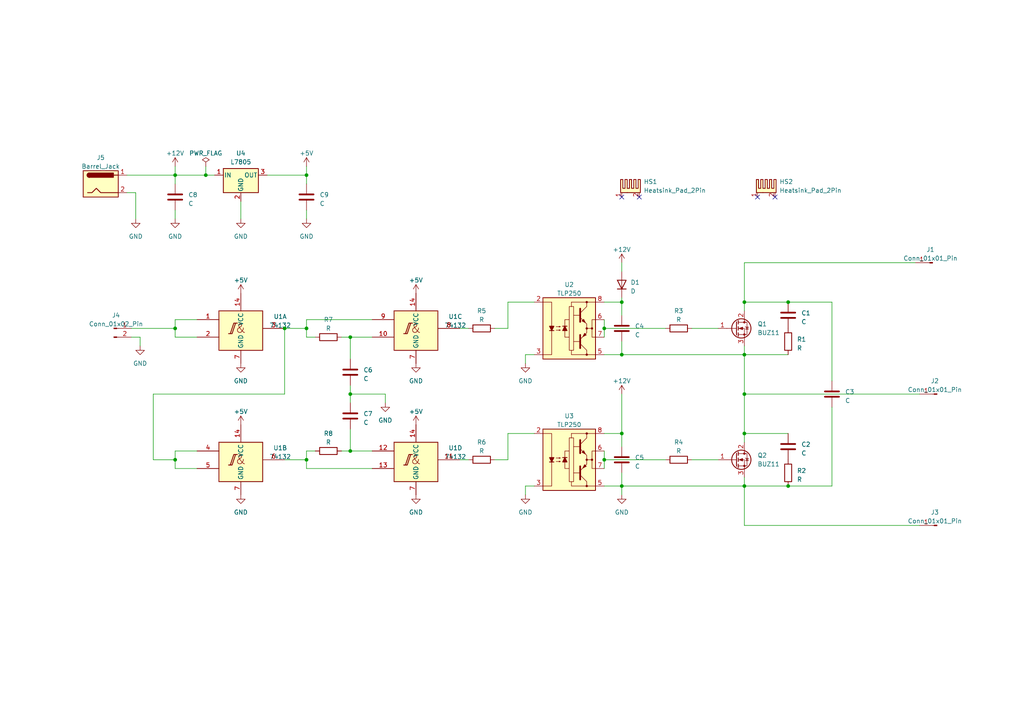
<source format=kicad_sch>
(kicad_sch (version 20230121) (generator eeschema)

  (uuid 7b1c29b2-aaa9-4950-8c77-d7ab4040900b)

  (paper "A4")

  (lib_symbols
    (symbol "74xx_IEEE:74132" (in_bom yes) (on_board yes)
      (property "Reference" "U" (at 2.54 6.35 0)
        (effects (font (size 1.27 1.27)))
      )
      (property "Value" "74132" (at 5.08 -8.89 0)
        (effects (font (size 1.27 1.27)))
      )
      (property "Footprint" "" (at 0 0 0)
        (effects (font (size 1.27 1.27)) hide)
      )
      (property "Datasheet" "" (at 0 0 0)
        (effects (font (size 1.27 1.27)) hide)
      )
      (symbol "74132_0_0"
        (polyline
          (pts
            (xy -3.556 -1.524)
            (xy -2.54 -1.524)
            (xy -1.524 1.524)
            (xy -1.016 1.524)
            (xy -2.032 1.524)
            (xy -3.048 -1.524)
            (xy -3.048 -1.524)
          )
          (stroke (width 0.254) (type default))
          (fill (type background))
        )
      )
      (symbol "74132_0_1"
        (rectangle (start -6.35 5.08) (end 6.35 -6.35)
          (stroke (width 0.254) (type default))
          (fill (type background))
        )
        (text "&" (at 0 0 0)
          (effects (font (size 2.54 2.54)))
        )
        (pin power_in line (at 0 10.16 270) (length 5.08)
          (name "VCC" (effects (font (size 1.27 1.27))))
          (number "14" (effects (font (size 1.27 1.27))))
        )
        (pin power_in line (at 0 -10.16 90) (length 3.81)
          (name "GND" (effects (font (size 1.27 1.27))))
          (number "7" (effects (font (size 1.27 1.27))))
        )
      )
      (symbol "74132_1_1"
        (pin input line (at -12.7 2.54 0) (length 6.35)
          (name "~" (effects (font (size 1.27 1.27))))
          (number "1" (effects (font (size 1.27 1.27))))
        )
        (pin input line (at -12.7 -2.54 0) (length 6.35)
          (name "~" (effects (font (size 1.27 1.27))))
          (number "2" (effects (font (size 1.27 1.27))))
        )
        (pin output line (at 12.7 0 180) (length 6.35)
          (name "~" (effects (font (size 1.27 1.27))))
          (number "3" (effects (font (size 1.27 1.27))))
        )
      )
      (symbol "74132_2_1"
        (pin input line (at -12.7 2.54 0) (length 6.35)
          (name "~" (effects (font (size 1.27 1.27))))
          (number "4" (effects (font (size 1.27 1.27))))
        )
        (pin input line (at -12.7 -2.54 0) (length 6.35)
          (name "~" (effects (font (size 1.27 1.27))))
          (number "5" (effects (font (size 1.27 1.27))))
        )
        (pin output line (at 12.7 0 180) (length 6.35)
          (name "~" (effects (font (size 1.27 1.27))))
          (number "6" (effects (font (size 1.27 1.27))))
        )
      )
      (symbol "74132_3_1"
        (pin input line (at -12.7 -2.54 0) (length 6.35)
          (name "~" (effects (font (size 1.27 1.27))))
          (number "10" (effects (font (size 1.27 1.27))))
        )
        (pin output line (at 12.7 0 180) (length 6.35)
          (name "~" (effects (font (size 1.27 1.27))))
          (number "8" (effects (font (size 1.27 1.27))))
        )
        (pin input line (at -12.7 2.54 0) (length 6.35)
          (name "~" (effects (font (size 1.27 1.27))))
          (number "9" (effects (font (size 1.27 1.27))))
        )
      )
      (symbol "74132_4_1"
        (pin output line (at 12.7 0 180) (length 6.35)
          (name "~" (effects (font (size 1.27 1.27))))
          (number "11" (effects (font (size 1.27 1.27))))
        )
        (pin input line (at -12.7 2.54 0) (length 6.35)
          (name "~" (effects (font (size 1.27 1.27))))
          (number "12" (effects (font (size 1.27 1.27))))
        )
        (pin input line (at -12.7 -2.54 0) (length 6.35)
          (name "~" (effects (font (size 1.27 1.27))))
          (number "13" (effects (font (size 1.27 1.27))))
        )
      )
    )
    (symbol "Connector:Barrel_Jack" (pin_names (offset 1.016)) (in_bom yes) (on_board yes)
      (property "Reference" "J" (at 0 5.334 0)
        (effects (font (size 1.27 1.27)))
      )
      (property "Value" "Barrel_Jack" (at 0 -5.08 0)
        (effects (font (size 1.27 1.27)))
      )
      (property "Footprint" "" (at 1.27 -1.016 0)
        (effects (font (size 1.27 1.27)) hide)
      )
      (property "Datasheet" "~" (at 1.27 -1.016 0)
        (effects (font (size 1.27 1.27)) hide)
      )
      (property "ki_keywords" "DC power barrel jack connector" (at 0 0 0)
        (effects (font (size 1.27 1.27)) hide)
      )
      (property "ki_description" "DC Barrel Jack" (at 0 0 0)
        (effects (font (size 1.27 1.27)) hide)
      )
      (property "ki_fp_filters" "BarrelJack*" (at 0 0 0)
        (effects (font (size 1.27 1.27)) hide)
      )
      (symbol "Barrel_Jack_0_1"
        (rectangle (start -5.08 3.81) (end 5.08 -3.81)
          (stroke (width 0.254) (type default))
          (fill (type background))
        )
        (arc (start -3.302 3.175) (mid -3.9343 2.54) (end -3.302 1.905)
          (stroke (width 0.254) (type default))
          (fill (type none))
        )
        (arc (start -3.302 3.175) (mid -3.9343 2.54) (end -3.302 1.905)
          (stroke (width 0.254) (type default))
          (fill (type outline))
        )
        (polyline
          (pts
            (xy 5.08 2.54)
            (xy 3.81 2.54)
          )
          (stroke (width 0.254) (type default))
          (fill (type none))
        )
        (polyline
          (pts
            (xy -3.81 -2.54)
            (xy -2.54 -2.54)
            (xy -1.27 -1.27)
            (xy 0 -2.54)
            (xy 2.54 -2.54)
            (xy 5.08 -2.54)
          )
          (stroke (width 0.254) (type default))
          (fill (type none))
        )
        (rectangle (start 3.683 3.175) (end -3.302 1.905)
          (stroke (width 0.254) (type default))
          (fill (type outline))
        )
      )
      (symbol "Barrel_Jack_1_1"
        (pin passive line (at 7.62 2.54 180) (length 2.54)
          (name "~" (effects (font (size 1.27 1.27))))
          (number "1" (effects (font (size 1.27 1.27))))
        )
        (pin passive line (at 7.62 -2.54 180) (length 2.54)
          (name "~" (effects (font (size 1.27 1.27))))
          (number "2" (effects (font (size 1.27 1.27))))
        )
      )
    )
    (symbol "Connector:Conn_01x01_Pin" (pin_names (offset 1.016) hide) (in_bom yes) (on_board yes)
      (property "Reference" "J" (at 0 2.54 0)
        (effects (font (size 1.27 1.27)))
      )
      (property "Value" "Conn_01x01_Pin" (at 0 -2.54 0)
        (effects (font (size 1.27 1.27)))
      )
      (property "Footprint" "" (at 0 0 0)
        (effects (font (size 1.27 1.27)) hide)
      )
      (property "Datasheet" "~" (at 0 0 0)
        (effects (font (size 1.27 1.27)) hide)
      )
      (property "ki_locked" "" (at 0 0 0)
        (effects (font (size 1.27 1.27)))
      )
      (property "ki_keywords" "connector" (at 0 0 0)
        (effects (font (size 1.27 1.27)) hide)
      )
      (property "ki_description" "Generic connector, single row, 01x01, script generated" (at 0 0 0)
        (effects (font (size 1.27 1.27)) hide)
      )
      (property "ki_fp_filters" "Connector*:*_1x??_*" (at 0 0 0)
        (effects (font (size 1.27 1.27)) hide)
      )
      (symbol "Conn_01x01_Pin_1_1"
        (polyline
          (pts
            (xy 1.27 0)
            (xy 0.8636 0)
          )
          (stroke (width 0.1524) (type default))
          (fill (type none))
        )
        (rectangle (start 0.8636 0.127) (end 0 -0.127)
          (stroke (width 0.1524) (type default))
          (fill (type outline))
        )
        (pin passive line (at 5.08 0 180) (length 3.81)
          (name "Pin_1" (effects (font (size 1.27 1.27))))
          (number "1" (effects (font (size 1.27 1.27))))
        )
      )
    )
    (symbol "Connector:Conn_01x02_Pin" (pin_names (offset 1.016) hide) (in_bom yes) (on_board yes)
      (property "Reference" "J" (at 0 2.54 0)
        (effects (font (size 1.27 1.27)))
      )
      (property "Value" "Conn_01x02_Pin" (at 0 -5.08 0)
        (effects (font (size 1.27 1.27)))
      )
      (property "Footprint" "" (at 0 0 0)
        (effects (font (size 1.27 1.27)) hide)
      )
      (property "Datasheet" "~" (at 0 0 0)
        (effects (font (size 1.27 1.27)) hide)
      )
      (property "ki_locked" "" (at 0 0 0)
        (effects (font (size 1.27 1.27)))
      )
      (property "ki_keywords" "connector" (at 0 0 0)
        (effects (font (size 1.27 1.27)) hide)
      )
      (property "ki_description" "Generic connector, single row, 01x02, script generated" (at 0 0 0)
        (effects (font (size 1.27 1.27)) hide)
      )
      (property "ki_fp_filters" "Connector*:*_1x??_*" (at 0 0 0)
        (effects (font (size 1.27 1.27)) hide)
      )
      (symbol "Conn_01x02_Pin_1_1"
        (polyline
          (pts
            (xy 1.27 -2.54)
            (xy 0.8636 -2.54)
          )
          (stroke (width 0.1524) (type default))
          (fill (type none))
        )
        (polyline
          (pts
            (xy 1.27 0)
            (xy 0.8636 0)
          )
          (stroke (width 0.1524) (type default))
          (fill (type none))
        )
        (rectangle (start 0.8636 -2.413) (end 0 -2.667)
          (stroke (width 0.1524) (type default))
          (fill (type outline))
        )
        (rectangle (start 0.8636 0.127) (end 0 -0.127)
          (stroke (width 0.1524) (type default))
          (fill (type outline))
        )
        (pin passive line (at 5.08 0 180) (length 3.81)
          (name "Pin_1" (effects (font (size 1.27 1.27))))
          (number "1" (effects (font (size 1.27 1.27))))
        )
        (pin passive line (at 5.08 -2.54 180) (length 3.81)
          (name "Pin_2" (effects (font (size 1.27 1.27))))
          (number "2" (effects (font (size 1.27 1.27))))
        )
      )
    )
    (symbol "Device:C" (pin_numbers hide) (pin_names (offset 0.254)) (in_bom yes) (on_board yes)
      (property "Reference" "C" (at 0.635 2.54 0)
        (effects (font (size 1.27 1.27)) (justify left))
      )
      (property "Value" "C" (at 0.635 -2.54 0)
        (effects (font (size 1.27 1.27)) (justify left))
      )
      (property "Footprint" "" (at 0.9652 -3.81 0)
        (effects (font (size 1.27 1.27)) hide)
      )
      (property "Datasheet" "~" (at 0 0 0)
        (effects (font (size 1.27 1.27)) hide)
      )
      (property "ki_keywords" "cap capacitor" (at 0 0 0)
        (effects (font (size 1.27 1.27)) hide)
      )
      (property "ki_description" "Unpolarized capacitor" (at 0 0 0)
        (effects (font (size 1.27 1.27)) hide)
      )
      (property "ki_fp_filters" "C_*" (at 0 0 0)
        (effects (font (size 1.27 1.27)) hide)
      )
      (symbol "C_0_1"
        (polyline
          (pts
            (xy -2.032 -0.762)
            (xy 2.032 -0.762)
          )
          (stroke (width 0.508) (type default))
          (fill (type none))
        )
        (polyline
          (pts
            (xy -2.032 0.762)
            (xy 2.032 0.762)
          )
          (stroke (width 0.508) (type default))
          (fill (type none))
        )
      )
      (symbol "C_1_1"
        (pin passive line (at 0 3.81 270) (length 2.794)
          (name "~" (effects (font (size 1.27 1.27))))
          (number "1" (effects (font (size 1.27 1.27))))
        )
        (pin passive line (at 0 -3.81 90) (length 2.794)
          (name "~" (effects (font (size 1.27 1.27))))
          (number "2" (effects (font (size 1.27 1.27))))
        )
      )
    )
    (symbol "Device:D" (pin_numbers hide) (pin_names (offset 1.016) hide) (in_bom yes) (on_board yes)
      (property "Reference" "D" (at 0 2.54 0)
        (effects (font (size 1.27 1.27)))
      )
      (property "Value" "D" (at 0 -2.54 0)
        (effects (font (size 1.27 1.27)))
      )
      (property "Footprint" "" (at 0 0 0)
        (effects (font (size 1.27 1.27)) hide)
      )
      (property "Datasheet" "~" (at 0 0 0)
        (effects (font (size 1.27 1.27)) hide)
      )
      (property "Sim.Device" "D" (at 0 0 0)
        (effects (font (size 1.27 1.27)) hide)
      )
      (property "Sim.Pins" "1=K 2=A" (at 0 0 0)
        (effects (font (size 1.27 1.27)) hide)
      )
      (property "ki_keywords" "diode" (at 0 0 0)
        (effects (font (size 1.27 1.27)) hide)
      )
      (property "ki_description" "Diode" (at 0 0 0)
        (effects (font (size 1.27 1.27)) hide)
      )
      (property "ki_fp_filters" "TO-???* *_Diode_* *SingleDiode* D_*" (at 0 0 0)
        (effects (font (size 1.27 1.27)) hide)
      )
      (symbol "D_0_1"
        (polyline
          (pts
            (xy -1.27 1.27)
            (xy -1.27 -1.27)
          )
          (stroke (width 0.254) (type default))
          (fill (type none))
        )
        (polyline
          (pts
            (xy 1.27 0)
            (xy -1.27 0)
          )
          (stroke (width 0) (type default))
          (fill (type none))
        )
        (polyline
          (pts
            (xy 1.27 1.27)
            (xy 1.27 -1.27)
            (xy -1.27 0)
            (xy 1.27 1.27)
          )
          (stroke (width 0.254) (type default))
          (fill (type none))
        )
      )
      (symbol "D_1_1"
        (pin passive line (at -3.81 0 0) (length 2.54)
          (name "K" (effects (font (size 1.27 1.27))))
          (number "1" (effects (font (size 1.27 1.27))))
        )
        (pin passive line (at 3.81 0 180) (length 2.54)
          (name "A" (effects (font (size 1.27 1.27))))
          (number "2" (effects (font (size 1.27 1.27))))
        )
      )
    )
    (symbol "Device:R" (pin_numbers hide) (pin_names (offset 0)) (in_bom yes) (on_board yes)
      (property "Reference" "R" (at 2.032 0 90)
        (effects (font (size 1.27 1.27)))
      )
      (property "Value" "R" (at 0 0 90)
        (effects (font (size 1.27 1.27)))
      )
      (property "Footprint" "" (at -1.778 0 90)
        (effects (font (size 1.27 1.27)) hide)
      )
      (property "Datasheet" "~" (at 0 0 0)
        (effects (font (size 1.27 1.27)) hide)
      )
      (property "ki_keywords" "R res resistor" (at 0 0 0)
        (effects (font (size 1.27 1.27)) hide)
      )
      (property "ki_description" "Resistor" (at 0 0 0)
        (effects (font (size 1.27 1.27)) hide)
      )
      (property "ki_fp_filters" "R_*" (at 0 0 0)
        (effects (font (size 1.27 1.27)) hide)
      )
      (symbol "R_0_1"
        (rectangle (start -1.016 -2.54) (end 1.016 2.54)
          (stroke (width 0.254) (type default))
          (fill (type none))
        )
      )
      (symbol "R_1_1"
        (pin passive line (at 0 3.81 270) (length 1.27)
          (name "~" (effects (font (size 1.27 1.27))))
          (number "1" (effects (font (size 1.27 1.27))))
        )
        (pin passive line (at 0 -3.81 90) (length 1.27)
          (name "~" (effects (font (size 1.27 1.27))))
          (number "2" (effects (font (size 1.27 1.27))))
        )
      )
    )
    (symbol "Driver_FET:TLP250" (pin_names hide) (in_bom yes) (on_board yes)
      (property "Reference" "U" (at 0 12.7 0)
        (effects (font (size 1.27 1.27)))
      )
      (property "Value" "TLP250" (at 0 10.16 0)
        (effects (font (size 1.27 1.27)))
      )
      (property "Footprint" "Package_DIP:DIP-8_W7.62mm" (at 0 -10.16 0)
        (effects (font (size 1.27 1.27) italic) hide)
      )
      (property "Datasheet" "http://toshiba.semicon-storage.com/info/docget.jsp?did=16821&prodName=TLP250" (at -2.286 0.127 0)
        (effects (font (size 1.27 1.27)) (justify left) hide)
      )
      (property "ki_keywords" "MOSFET Driver IGBT Driver Optocoupler" (at 0 0 0)
        (effects (font (size 1.27 1.27)) hide)
      )
      (property "ki_description" "Gate Drive Optocoupler, Output Current 1.5/1.5A, DIP-8" (at 0 0 0)
        (effects (font (size 1.27 1.27)) hide)
      )
      (property "ki_fp_filters" "DIP*W7.62mm*" (at 0 0 0)
        (effects (font (size 1.27 1.27)) hide)
      )
      (symbol "TLP250_0_1"
        (rectangle (start -7.62 8.89) (end 7.62 -8.89)
          (stroke (width 0.254) (type default))
          (fill (type background))
        )
        (polyline
          (pts
            (xy -5.715 -0.635)
            (xy -4.445 -0.635)
          )
          (stroke (width 0.254) (type default))
          (fill (type none))
        )
        (polyline
          (pts
            (xy -0.635 0.635)
            (xy -1.905 0.635)
          )
          (stroke (width 0.254) (type default))
          (fill (type none))
        )
        (polyline
          (pts
            (xy 3.048 -3.81)
            (xy 1.27 -3.81)
          )
          (stroke (width 0) (type default))
          (fill (type none))
        )
        (polyline
          (pts
            (xy 3.048 3.81)
            (xy 1.27 3.81)
          )
          (stroke (width 0) (type default))
          (fill (type none))
        )
        (polyline
          (pts
            (xy 3.175 -4.445)
            (xy 5.08 -6.35)
          )
          (stroke (width 0) (type default))
          (fill (type none))
        )
        (polyline
          (pts
            (xy 3.175 4.445)
            (xy 5.08 6.35)
          )
          (stroke (width 0) (type default))
          (fill (type none))
        )
        (polyline
          (pts
            (xy 5.08 -6.35)
            (xy 5.08 -7.62)
          )
          (stroke (width 0) (type default))
          (fill (type none))
        )
        (polyline
          (pts
            (xy 5.08 -1.27)
            (xy 3.175 -3.175)
          )
          (stroke (width 0) (type default))
          (fill (type outline))
        )
        (polyline
          (pts
            (xy 5.08 0)
            (xy 6.604 0)
          )
          (stroke (width 0) (type default))
          (fill (type none))
        )
        (polyline
          (pts
            (xy 5.08 1.27)
            (xy 3.175 3.175)
          )
          (stroke (width 0) (type default))
          (fill (type outline))
        )
        (polyline
          (pts
            (xy 5.08 6.35)
            (xy 5.08 7.62)
          )
          (stroke (width 0) (type default))
          (fill (type none))
        )
        (polyline
          (pts
            (xy 7.62 7.62)
            (xy 0.635 7.62)
          )
          (stroke (width 0) (type default))
          (fill (type none))
        )
        (polyline
          (pts
            (xy -1.27 -0.635)
            (xy -1.27 -2.54)
            (xy 0 -2.54)
          )
          (stroke (width 0) (type default))
          (fill (type none))
        )
        (polyline
          (pts
            (xy -1.27 0.635)
            (xy -1.27 2.54)
            (xy 0 2.54)
          )
          (stroke (width 0) (type default))
          (fill (type none))
        )
        (polyline
          (pts
            (xy 0.635 -6.35)
            (xy 0.635 -7.62)
            (xy 7.62 -7.62)
          )
          (stroke (width 0) (type default))
          (fill (type none))
        )
        (polyline
          (pts
            (xy 3.175 -5.715)
            (xy 3.175 -1.905)
            (xy 3.175 -1.905)
          )
          (stroke (width 0.508) (type default))
          (fill (type none))
        )
        (polyline
          (pts
            (xy 3.175 5.715)
            (xy 3.175 1.905)
            (xy 3.175 1.905)
          )
          (stroke (width 0.508) (type default))
          (fill (type none))
        )
        (polyline
          (pts
            (xy -7.62 7.62)
            (xy -5.08 7.62)
            (xy -5.08 -7.62)
            (xy -7.62 -7.62)
          )
          (stroke (width 0) (type default))
          (fill (type none))
        )
        (polyline
          (pts
            (xy -5.08 -0.635)
            (xy -5.715 0.635)
            (xy -4.445 0.635)
            (xy -5.08 -0.635)
          )
          (stroke (width 0.254) (type default))
          (fill (type outline))
        )
        (polyline
          (pts
            (xy -1.27 0.635)
            (xy -0.635 -0.635)
            (xy -1.905 -0.635)
            (xy -1.27 0.635)
          )
          (stroke (width 0.254) (type default))
          (fill (type outline))
        )
        (polyline
          (pts
            (xy 7.62 2.54)
            (xy 6.604 2.54)
            (xy 6.604 -2.54)
            (xy 7.62 -2.54)
          )
          (stroke (width 0) (type default))
          (fill (type none))
        )
        (polyline
          (pts
            (xy -3.81 -0.508)
            (xy -2.54 -0.508)
            (xy -2.921 -0.635)
            (xy -2.921 -0.381)
            (xy -2.54 -0.508)
          )
          (stroke (width 0) (type default))
          (fill (type none))
        )
        (polyline
          (pts
            (xy -3.81 0.508)
            (xy -2.54 0.508)
            (xy -2.921 0.381)
            (xy -2.921 0.635)
            (xy -2.54 0.508)
          )
          (stroke (width 0) (type default))
          (fill (type none))
        )
        (polyline
          (pts
            (xy 1.27 6.35)
            (xy 1.27 -6.35)
            (xy 0 -6.35)
            (xy 0 6.35)
            (xy 1.27 6.35)
          )
          (stroke (width 0) (type default))
          (fill (type none))
        )
        (polyline
          (pts
            (xy 3.683 2.159)
            (xy 4.191 2.667)
            (xy 4.699 1.651)
            (xy 3.683 2.159)
            (xy 3.683 2.159)
          )
          (stroke (width 0) (type default))
          (fill (type outline))
        )
        (polyline
          (pts
            (xy 4.953 -1.905)
            (xy 4.445 -1.397)
            (xy 3.937 -2.413)
            (xy 4.953 -1.905)
            (xy 4.953 -1.905)
          )
          (stroke (width 0) (type default))
          (fill (type outline))
        )
        (rectangle (start 0.635 6.35) (end 0.635 6.35)
          (stroke (width 0) (type default))
          (fill (type none))
        )
        (rectangle (start 0.635 6.35) (end 0.635 7.62)
          (stroke (width 0) (type default))
          (fill (type none))
        )
        (circle (center 5.08 -7.62) (radius 0.254)
          (stroke (width 0) (type default))
          (fill (type outline))
        )
        (circle (center 5.08 0) (radius 0.254)
          (stroke (width 0) (type default))
          (fill (type outline))
        )
        (rectangle (start 5.08 1.27) (end 5.08 -1.27)
          (stroke (width 0) (type default))
          (fill (type none))
        )
        (circle (center 5.08 7.62) (radius 0.254)
          (stroke (width 0) (type default))
          (fill (type outline))
        )
        (circle (center 6.604 0) (radius 0.254)
          (stroke (width 0) (type default))
          (fill (type outline))
        )
      )
      (symbol "TLP250_1_1"
        (pin no_connect line (at -7.62 2.54 0) (length 2.54) hide
          (name "NC" (effects (font (size 1.27 1.27))))
          (number "1" (effects (font (size 1.27 1.27))))
        )
        (pin passive line (at -10.16 7.62 0) (length 2.54)
          (name "A" (effects (font (size 1.27 1.27))))
          (number "2" (effects (font (size 1.27 1.27))))
        )
        (pin passive line (at -10.16 -7.62 0) (length 2.54)
          (name "C" (effects (font (size 1.27 1.27))))
          (number "3" (effects (font (size 1.27 1.27))))
        )
        (pin no_connect line (at -7.62 -2.54 0) (length 2.54) hide
          (name "NC" (effects (font (size 1.27 1.27))))
          (number "4" (effects (font (size 1.27 1.27))))
        )
        (pin power_in line (at 10.16 -7.62 180) (length 2.54)
          (name "VEE" (effects (font (size 1.27 1.27))))
          (number "5" (effects (font (size 1.27 1.27))))
        )
        (pin output line (at 10.16 2.54 180) (length 2.54)
          (name "VO" (effects (font (size 1.27 1.27))))
          (number "6" (effects (font (size 1.27 1.27))))
        )
        (pin output line (at 10.16 -2.54 180) (length 2.54)
          (name "VO" (effects (font (size 1.27 1.27))))
          (number "7" (effects (font (size 1.27 1.27))))
        )
        (pin power_in line (at 10.16 7.62 180) (length 2.54)
          (name "VCC" (effects (font (size 1.27 1.27))))
          (number "8" (effects (font (size 1.27 1.27))))
        )
      )
    )
    (symbol "Mechanical:Heatsink_Pad_2Pin" (pin_names (offset 0)) (in_bom yes) (on_board yes)
      (property "Reference" "HS" (at 0 5.715 0)
        (effects (font (size 1.27 1.27)))
      )
      (property "Value" "Heatsink_Pad_2Pin" (at 0 3.81 0)
        (effects (font (size 1.27 1.27)))
      )
      (property "Footprint" "" (at 0.3048 -1.27 0)
        (effects (font (size 1.27 1.27)) hide)
      )
      (property "Datasheet" "~" (at 0.3048 -1.27 0)
        (effects (font (size 1.27 1.27)) hide)
      )
      (property "ki_keywords" "thermal heat temperature" (at 0 0 0)
        (effects (font (size 1.27 1.27)) hide)
      )
      (property "ki_description" "Heatsink with electrical connection, 2 pin" (at 0 0 0)
        (effects (font (size 1.27 1.27)) hide)
      )
      (property "ki_fp_filters" "Heatsink_*" (at 0 0 0)
        (effects (font (size 1.27 1.27)) hide)
      )
      (symbol "Heatsink_Pad_2Pin_0_1"
        (polyline
          (pts
            (xy -0.3302 0)
            (xy -0.9652 0)
            (xy -0.9652 2.54)
            (xy -1.6002 2.54)
            (xy -1.6002 0)
            (xy -2.2352 0)
            (xy -2.2352 2.54)
            (xy -2.8702 2.54)
            (xy -2.8702 -1.27)
            (xy -0.9652 -1.27)
          )
          (stroke (width 0.254) (type default))
          (fill (type background))
        )
        (polyline
          (pts
            (xy -0.3302 0)
            (xy -0.3302 2.54)
            (xy 0.3048 2.54)
            (xy 0.3048 0)
            (xy 0.9398 0)
            (xy 0.9398 2.54)
            (xy 1.5748 2.54)
            (xy 1.5748 0)
            (xy 2.2098 0)
            (xy 2.2098 2.54)
            (xy 2.8448 2.54)
            (xy 2.8448 -1.27)
            (xy -0.9652 -1.27)
          )
          (stroke (width 0.254) (type default))
          (fill (type background))
        )
      )
      (symbol "Heatsink_Pad_2Pin_1_1"
        (pin passive line (at -2.54 -2.54 90) (length 1.27)
          (name "~" (effects (font (size 1.27 1.27))))
          (number "1" (effects (font (size 1.27 1.27))))
        )
        (pin passive line (at 2.54 -2.54 90) (length 1.27)
          (name "~" (effects (font (size 1.27 1.27))))
          (number "2" (effects (font (size 1.27 1.27))))
        )
      )
    )
    (symbol "Regulator_Linear:L7805" (pin_names (offset 0.254)) (in_bom yes) (on_board yes)
      (property "Reference" "U" (at -3.81 3.175 0)
        (effects (font (size 1.27 1.27)))
      )
      (property "Value" "L7805" (at 0 3.175 0)
        (effects (font (size 1.27 1.27)) (justify left))
      )
      (property "Footprint" "" (at 0.635 -3.81 0)
        (effects (font (size 1.27 1.27) italic) (justify left) hide)
      )
      (property "Datasheet" "http://www.st.com/content/ccc/resource/technical/document/datasheet/41/4f/b3/b0/12/d4/47/88/CD00000444.pdf/files/CD00000444.pdf/jcr:content/translations/en.CD00000444.pdf" (at 0 -1.27 0)
        (effects (font (size 1.27 1.27)) hide)
      )
      (property "ki_keywords" "Voltage Regulator 1.5A Positive" (at 0 0 0)
        (effects (font (size 1.27 1.27)) hide)
      )
      (property "ki_description" "Positive 1.5A 35V Linear Regulator, Fixed Output 5V, TO-220/TO-263/TO-252" (at 0 0 0)
        (effects (font (size 1.27 1.27)) hide)
      )
      (property "ki_fp_filters" "TO?252* TO?263* TO?220*" (at 0 0 0)
        (effects (font (size 1.27 1.27)) hide)
      )
      (symbol "L7805_0_1"
        (rectangle (start -5.08 1.905) (end 5.08 -5.08)
          (stroke (width 0.254) (type default))
          (fill (type background))
        )
      )
      (symbol "L7805_1_1"
        (pin power_in line (at -7.62 0 0) (length 2.54)
          (name "IN" (effects (font (size 1.27 1.27))))
          (number "1" (effects (font (size 1.27 1.27))))
        )
        (pin power_in line (at 0 -7.62 90) (length 2.54)
          (name "GND" (effects (font (size 1.27 1.27))))
          (number "2" (effects (font (size 1.27 1.27))))
        )
        (pin power_out line (at 7.62 0 180) (length 2.54)
          (name "OUT" (effects (font (size 1.27 1.27))))
          (number "3" (effects (font (size 1.27 1.27))))
        )
      )
    )
    (symbol "Transistor_FET:BUZ11" (pin_names hide) (in_bom yes) (on_board yes)
      (property "Reference" "Q" (at 6.35 1.905 0)
        (effects (font (size 1.27 1.27)) (justify left))
      )
      (property "Value" "BUZ11" (at 6.35 0 0)
        (effects (font (size 1.27 1.27)) (justify left))
      )
      (property "Footprint" "Package_TO_SOT_THT:TO-220-3_Vertical" (at 6.35 -1.905 0)
        (effects (font (size 1.27 1.27) italic) (justify left) hide)
      )
      (property "Datasheet" "https://media.digikey.com/pdf/Data%20Sheets/Fairchild%20PDFs/BUZ11.pdf" (at 0 0 0)
        (effects (font (size 1.27 1.27)) (justify left) hide)
      )
      (property "ki_keywords" "N-Channel Power MOSFET" (at 0 0 0)
        (effects (font (size 1.27 1.27)) hide)
      )
      (property "ki_description" "30A Id, 50V Vds, N-Channel Power MOSFET, TO-220" (at 0 0 0)
        (effects (font (size 1.27 1.27)) hide)
      )
      (property "ki_fp_filters" "TO?220*" (at 0 0 0)
        (effects (font (size 1.27 1.27)) hide)
      )
      (symbol "BUZ11_0_1"
        (polyline
          (pts
            (xy 0.254 0)
            (xy -2.54 0)
          )
          (stroke (width 0) (type default))
          (fill (type none))
        )
        (polyline
          (pts
            (xy 0.254 1.905)
            (xy 0.254 -1.905)
          )
          (stroke (width 0.254) (type default))
          (fill (type none))
        )
        (polyline
          (pts
            (xy 0.762 -1.27)
            (xy 0.762 -2.286)
          )
          (stroke (width 0.254) (type default))
          (fill (type none))
        )
        (polyline
          (pts
            (xy 0.762 0.508)
            (xy 0.762 -0.508)
          )
          (stroke (width 0.254) (type default))
          (fill (type none))
        )
        (polyline
          (pts
            (xy 0.762 2.286)
            (xy 0.762 1.27)
          )
          (stroke (width 0.254) (type default))
          (fill (type none))
        )
        (polyline
          (pts
            (xy 2.54 2.54)
            (xy 2.54 1.778)
          )
          (stroke (width 0) (type default))
          (fill (type none))
        )
        (polyline
          (pts
            (xy 2.54 -2.54)
            (xy 2.54 0)
            (xy 0.762 0)
          )
          (stroke (width 0) (type default))
          (fill (type none))
        )
        (polyline
          (pts
            (xy 0.762 -1.778)
            (xy 3.302 -1.778)
            (xy 3.302 1.778)
            (xy 0.762 1.778)
          )
          (stroke (width 0) (type default))
          (fill (type none))
        )
        (polyline
          (pts
            (xy 1.016 0)
            (xy 2.032 0.381)
            (xy 2.032 -0.381)
            (xy 1.016 0)
          )
          (stroke (width 0) (type default))
          (fill (type outline))
        )
        (polyline
          (pts
            (xy 2.794 0.508)
            (xy 2.921 0.381)
            (xy 3.683 0.381)
            (xy 3.81 0.254)
          )
          (stroke (width 0) (type default))
          (fill (type none))
        )
        (polyline
          (pts
            (xy 3.302 0.381)
            (xy 2.921 -0.254)
            (xy 3.683 -0.254)
            (xy 3.302 0.381)
          )
          (stroke (width 0) (type default))
          (fill (type none))
        )
        (circle (center 1.651 0) (radius 2.794)
          (stroke (width 0.254) (type default))
          (fill (type none))
        )
        (circle (center 2.54 -1.778) (radius 0.254)
          (stroke (width 0) (type default))
          (fill (type outline))
        )
        (circle (center 2.54 1.778) (radius 0.254)
          (stroke (width 0) (type default))
          (fill (type outline))
        )
      )
      (symbol "BUZ11_1_1"
        (pin input line (at -5.08 0 0) (length 2.54)
          (name "G" (effects (font (size 1.27 1.27))))
          (number "1" (effects (font (size 1.27 1.27))))
        )
        (pin passive line (at 2.54 5.08 270) (length 2.54)
          (name "D" (effects (font (size 1.27 1.27))))
          (number "2" (effects (font (size 1.27 1.27))))
        )
        (pin passive line (at 2.54 -5.08 90) (length 2.54)
          (name "S" (effects (font (size 1.27 1.27))))
          (number "3" (effects (font (size 1.27 1.27))))
        )
      )
    )
    (symbol "power:+12V" (power) (pin_names (offset 0)) (in_bom yes) (on_board yes)
      (property "Reference" "#PWR" (at 0 -3.81 0)
        (effects (font (size 1.27 1.27)) hide)
      )
      (property "Value" "+12V" (at 0 3.556 0)
        (effects (font (size 1.27 1.27)))
      )
      (property "Footprint" "" (at 0 0 0)
        (effects (font (size 1.27 1.27)) hide)
      )
      (property "Datasheet" "" (at 0 0 0)
        (effects (font (size 1.27 1.27)) hide)
      )
      (property "ki_keywords" "global power" (at 0 0 0)
        (effects (font (size 1.27 1.27)) hide)
      )
      (property "ki_description" "Power symbol creates a global label with name \"+12V\"" (at 0 0 0)
        (effects (font (size 1.27 1.27)) hide)
      )
      (symbol "+12V_0_1"
        (polyline
          (pts
            (xy -0.762 1.27)
            (xy 0 2.54)
          )
          (stroke (width 0) (type default))
          (fill (type none))
        )
        (polyline
          (pts
            (xy 0 0)
            (xy 0 2.54)
          )
          (stroke (width 0) (type default))
          (fill (type none))
        )
        (polyline
          (pts
            (xy 0 2.54)
            (xy 0.762 1.27)
          )
          (stroke (width 0) (type default))
          (fill (type none))
        )
      )
      (symbol "+12V_1_1"
        (pin power_in line (at 0 0 90) (length 0) hide
          (name "+12V" (effects (font (size 1.27 1.27))))
          (number "1" (effects (font (size 1.27 1.27))))
        )
      )
    )
    (symbol "power:+5V" (power) (pin_names (offset 0)) (in_bom yes) (on_board yes)
      (property "Reference" "#PWR" (at 0 -3.81 0)
        (effects (font (size 1.27 1.27)) hide)
      )
      (property "Value" "+5V" (at 0 3.556 0)
        (effects (font (size 1.27 1.27)))
      )
      (property "Footprint" "" (at 0 0 0)
        (effects (font (size 1.27 1.27)) hide)
      )
      (property "Datasheet" "" (at 0 0 0)
        (effects (font (size 1.27 1.27)) hide)
      )
      (property "ki_keywords" "global power" (at 0 0 0)
        (effects (font (size 1.27 1.27)) hide)
      )
      (property "ki_description" "Power symbol creates a global label with name \"+5V\"" (at 0 0 0)
        (effects (font (size 1.27 1.27)) hide)
      )
      (symbol "+5V_0_1"
        (polyline
          (pts
            (xy -0.762 1.27)
            (xy 0 2.54)
          )
          (stroke (width 0) (type default))
          (fill (type none))
        )
        (polyline
          (pts
            (xy 0 0)
            (xy 0 2.54)
          )
          (stroke (width 0) (type default))
          (fill (type none))
        )
        (polyline
          (pts
            (xy 0 2.54)
            (xy 0.762 1.27)
          )
          (stroke (width 0) (type default))
          (fill (type none))
        )
      )
      (symbol "+5V_1_1"
        (pin power_in line (at 0 0 90) (length 0) hide
          (name "+5V" (effects (font (size 1.27 1.27))))
          (number "1" (effects (font (size 1.27 1.27))))
        )
      )
    )
    (symbol "power:GND" (power) (pin_names (offset 0)) (in_bom yes) (on_board yes)
      (property "Reference" "#PWR" (at 0 -6.35 0)
        (effects (font (size 1.27 1.27)) hide)
      )
      (property "Value" "GND" (at 0 -3.81 0)
        (effects (font (size 1.27 1.27)))
      )
      (property "Footprint" "" (at 0 0 0)
        (effects (font (size 1.27 1.27)) hide)
      )
      (property "Datasheet" "" (at 0 0 0)
        (effects (font (size 1.27 1.27)) hide)
      )
      (property "ki_keywords" "global power" (at 0 0 0)
        (effects (font (size 1.27 1.27)) hide)
      )
      (property "ki_description" "Power symbol creates a global label with name \"GND\" , ground" (at 0 0 0)
        (effects (font (size 1.27 1.27)) hide)
      )
      (symbol "GND_0_1"
        (polyline
          (pts
            (xy 0 0)
            (xy 0 -1.27)
            (xy 1.27 -1.27)
            (xy 0 -2.54)
            (xy -1.27 -1.27)
            (xy 0 -1.27)
          )
          (stroke (width 0) (type default))
          (fill (type none))
        )
      )
      (symbol "GND_1_1"
        (pin power_in line (at 0 0 270) (length 0) hide
          (name "GND" (effects (font (size 1.27 1.27))))
          (number "1" (effects (font (size 1.27 1.27))))
        )
      )
    )
    (symbol "power:PWR_FLAG" (power) (pin_numbers hide) (pin_names (offset 0) hide) (in_bom yes) (on_board yes)
      (property "Reference" "#FLG" (at 0 1.905 0)
        (effects (font (size 1.27 1.27)) hide)
      )
      (property "Value" "PWR_FLAG" (at 0 3.81 0)
        (effects (font (size 1.27 1.27)))
      )
      (property "Footprint" "" (at 0 0 0)
        (effects (font (size 1.27 1.27)) hide)
      )
      (property "Datasheet" "~" (at 0 0 0)
        (effects (font (size 1.27 1.27)) hide)
      )
      (property "ki_keywords" "flag power" (at 0 0 0)
        (effects (font (size 1.27 1.27)) hide)
      )
      (property "ki_description" "Special symbol for telling ERC where power comes from" (at 0 0 0)
        (effects (font (size 1.27 1.27)) hide)
      )
      (symbol "PWR_FLAG_0_0"
        (pin power_out line (at 0 0 90) (length 0)
          (name "pwr" (effects (font (size 1.27 1.27))))
          (number "1" (effects (font (size 1.27 1.27))))
        )
      )
      (symbol "PWR_FLAG_0_1"
        (polyline
          (pts
            (xy 0 0)
            (xy 0 1.27)
            (xy -1.016 1.905)
            (xy 0 2.54)
            (xy 1.016 1.905)
            (xy 0 1.27)
          )
          (stroke (width 0) (type default))
          (fill (type none))
        )
      )
    )
  )

  (junction (at 82.55 95.25) (diameter 0) (color 0 0 0 0)
    (uuid 03db3aac-6adc-4cb9-b14d-a2baba9ba9ff)
  )
  (junction (at 101.6 130.81) (diameter 0) (color 0 0 0 0)
    (uuid 07963869-9f56-4b6d-a73a-0d7d8a63c65a)
  )
  (junction (at 180.34 102.87) (diameter 0) (color 0 0 0 0)
    (uuid 0bdf8a7e-9f9d-47c2-88d5-18840c90520c)
  )
  (junction (at 88.9 50.8) (diameter 0) (color 0 0 0 0)
    (uuid 10587009-0607-42e2-8e6a-9db63483d298)
  )
  (junction (at 50.8 95.25) (diameter 0) (color 0 0 0 0)
    (uuid 196d653e-79bd-42d8-9987-10fa18b08146)
  )
  (junction (at 101.6 97.79) (diameter 0) (color 0 0 0 0)
    (uuid 2eaa77cf-050f-4c24-8dbd-7b5f4a667faf)
  )
  (junction (at 180.34 87.63) (diameter 0) (color 0 0 0 0)
    (uuid 31d947bf-7ce1-489a-8abf-aa7ff69b885a)
  )
  (junction (at 180.34 125.73) (diameter 0) (color 0 0 0 0)
    (uuid 4dd5b713-2599-421a-9e52-b1384f3bca54)
  )
  (junction (at 228.6 87.63) (diameter 0) (color 0 0 0 0)
    (uuid 704c8965-bba4-48a2-b64c-a46c0d3d5d90)
  )
  (junction (at 50.8 50.8) (diameter 0) (color 0 0 0 0)
    (uuid 936da65a-30c5-490e-804b-6b49495bac30)
  )
  (junction (at 88.9 95.25) (diameter 0) (color 0 0 0 0)
    (uuid 97c5aeb8-65d8-4a55-b3b6-b3d592581b78)
  )
  (junction (at 59.69 50.8) (diameter 0) (color 0 0 0 0)
    (uuid ad9fab0c-aa54-4e00-aa2a-368d47893aae)
  )
  (junction (at 50.8 133.35) (diameter 0) (color 0 0 0 0)
    (uuid ba1bd9dd-ef74-4163-a19d-abff6629bb41)
  )
  (junction (at 101.6 114.3) (diameter 0) (color 0 0 0 0)
    (uuid bc812dc1-bae3-44ba-8620-435da74dd14a)
  )
  (junction (at 175.26 95.25) (diameter 0) (color 0 0 0 0)
    (uuid bd85a651-ec48-47f0-a1fe-8c2f6afe8392)
  )
  (junction (at 88.9 133.35) (diameter 0) (color 0 0 0 0)
    (uuid c0707626-6c8b-4da2-b506-88e297e11820)
  )
  (junction (at 215.9 140.97) (diameter 0) (color 0 0 0 0)
    (uuid c58b377b-05f8-48ad-8bba-725dcb346b07)
  )
  (junction (at 175.26 133.35) (diameter 0) (color 0 0 0 0)
    (uuid c71e490b-cc7f-4cbd-9d8f-f07b22aecb8a)
  )
  (junction (at 215.9 125.73) (diameter 0) (color 0 0 0 0)
    (uuid c904a2de-2670-4a60-ba55-67e437556ce7)
  )
  (junction (at 180.34 140.97) (diameter 0) (color 0 0 0 0)
    (uuid c9a4ebe7-1d2c-4214-809a-97f4c1bbb984)
  )
  (junction (at 215.9 102.87) (diameter 0) (color 0 0 0 0)
    (uuid cd121b45-f77f-4838-a658-ee7c1677807e)
  )
  (junction (at 228.6 140.97) (diameter 0) (color 0 0 0 0)
    (uuid dd95589b-e835-49cf-a49d-07812e746728)
  )
  (junction (at 215.9 87.63) (diameter 0) (color 0 0 0 0)
    (uuid f250b69f-80f2-4305-8c00-a66e8597e42e)
  )
  (junction (at 215.9 114.3) (diameter 0) (color 0 0 0 0)
    (uuid f4aafe19-4acd-4f5e-85a2-f9419af56637)
  )

  (no_connect (at 219.71 57.15) (uuid 0f62c309-bee3-4931-9bd5-158f4e0dbba7))
  (no_connect (at 224.79 57.15) (uuid 3bfe1232-98aa-4c43-98f9-945b91c19d79))
  (no_connect (at 180.34 57.15) (uuid 89cb1716-2b8f-4b99-9686-11c6e2857366))
  (no_connect (at 185.42 57.15) (uuid b7ec40cb-26f3-485f-8683-d8fdd2ca9dda))

  (wire (pts (xy 39.37 55.88) (xy 36.83 55.88))
    (stroke (width 0) (type default))
    (uuid 006e0189-e1d9-4995-972e-904058775fd0)
  )
  (wire (pts (xy 266.7 152.4) (xy 215.9 152.4))
    (stroke (width 0) (type default))
    (uuid 03020cb0-e50a-4ffe-9250-c5ee2bce433d)
  )
  (wire (pts (xy 62.23 50.8) (xy 59.69 50.8))
    (stroke (width 0) (type default))
    (uuid 0667a03f-8ecf-4b10-8316-eaf96047795f)
  )
  (wire (pts (xy 101.6 114.3) (xy 101.6 116.84))
    (stroke (width 0) (type default))
    (uuid 0944761c-9446-437c-a4fe-c1387d00c550)
  )
  (wire (pts (xy 88.9 130.81) (xy 88.9 133.35))
    (stroke (width 0) (type default))
    (uuid 1068067a-a52e-4120-b399-f32f672f0f45)
  )
  (wire (pts (xy 44.45 133.35) (xy 50.8 133.35))
    (stroke (width 0) (type default))
    (uuid 11ccbe44-55ed-4eec-a096-820a00a2cce6)
  )
  (wire (pts (xy 38.1 97.79) (xy 40.64 97.79))
    (stroke (width 0) (type default))
    (uuid 14f9c428-dc36-4d6d-86ec-a7f057768ca8)
  )
  (wire (pts (xy 88.9 48.26) (xy 88.9 50.8))
    (stroke (width 0) (type default))
    (uuid 1704717d-dcd6-4fc9-a6d1-8b2dc8372ddd)
  )
  (wire (pts (xy 50.8 48.26) (xy 50.8 50.8))
    (stroke (width 0) (type default))
    (uuid 191061d9-087e-4ba9-b91f-251397b21991)
  )
  (wire (pts (xy 200.66 95.25) (xy 208.28 95.25))
    (stroke (width 0) (type default))
    (uuid 1b1e85e8-1f6a-4fd0-8b12-a7dde618a29d)
  )
  (wire (pts (xy 82.55 95.25) (xy 88.9 95.25))
    (stroke (width 0) (type default))
    (uuid 1d04efc3-9439-4152-855d-8987d5e01f13)
  )
  (wire (pts (xy 101.6 97.79) (xy 107.95 97.79))
    (stroke (width 0) (type default))
    (uuid 1ec188eb-3a5f-40d0-bc9a-05df4c4c6aa3)
  )
  (wire (pts (xy 175.26 130.81) (xy 175.26 133.35))
    (stroke (width 0) (type default))
    (uuid 1ef1b847-f035-4e38-bbd0-2a3be93eadd9)
  )
  (wire (pts (xy 152.4 140.97) (xy 154.94 140.97))
    (stroke (width 0) (type default))
    (uuid 1f1be2be-847c-46ea-8982-825f833bdb46)
  )
  (wire (pts (xy 44.45 114.3) (xy 44.45 133.35))
    (stroke (width 0) (type default))
    (uuid 2cebe0c9-a9cb-49c6-8fb3-d9ce752113c3)
  )
  (wire (pts (xy 180.34 102.87) (xy 215.9 102.87))
    (stroke (width 0) (type default))
    (uuid 311c75fe-134a-4cb6-8c83-3df4031f7640)
  )
  (wire (pts (xy 39.37 63.5) (xy 39.37 55.88))
    (stroke (width 0) (type default))
    (uuid 323e390d-7b97-4cc7-a3f2-8efca48ef9d9)
  )
  (wire (pts (xy 215.9 87.63) (xy 228.6 87.63))
    (stroke (width 0) (type default))
    (uuid 36d4ec57-4d8b-4739-addc-191fdecc0b79)
  )
  (wire (pts (xy 133.35 95.25) (xy 135.89 95.25))
    (stroke (width 0) (type default))
    (uuid 395a3cee-2ad5-4723-8aab-91ca327102a6)
  )
  (wire (pts (xy 175.26 102.87) (xy 180.34 102.87))
    (stroke (width 0) (type default))
    (uuid 40c76076-63f8-47cc-a315-a41bd6fb23f7)
  )
  (wire (pts (xy 180.34 102.87) (xy 180.34 99.06))
    (stroke (width 0) (type default))
    (uuid 40e53bea-1ec3-46fe-b670-ab03aebb4fa5)
  )
  (wire (pts (xy 180.34 76.2) (xy 180.34 78.74))
    (stroke (width 0) (type default))
    (uuid 423fe120-5494-405a-bd3d-c0e35651364b)
  )
  (wire (pts (xy 215.9 102.87) (xy 228.6 102.87))
    (stroke (width 0) (type default))
    (uuid 43329203-35fe-4c60-bb88-11d2c80e4848)
  )
  (wire (pts (xy 147.32 125.73) (xy 147.32 133.35))
    (stroke (width 0) (type default))
    (uuid 49d58fc3-fbf7-4724-adc6-887070fcf48e)
  )
  (wire (pts (xy 152.4 140.97) (xy 152.4 143.51))
    (stroke (width 0) (type default))
    (uuid 4a6adaf9-f5ea-4cf7-a9f3-014d47d084af)
  )
  (wire (pts (xy 241.3 110.49) (xy 241.3 87.63))
    (stroke (width 0) (type default))
    (uuid 4cc0c902-d4ff-4f5b-ac77-af66a96e3847)
  )
  (wire (pts (xy 50.8 92.71) (xy 57.15 92.71))
    (stroke (width 0) (type default))
    (uuid 512d75c9-2b55-46af-a49a-06790b849aa8)
  )
  (wire (pts (xy 180.34 86.36) (xy 180.34 87.63))
    (stroke (width 0) (type default))
    (uuid 534e6dbb-2716-43e0-bc9b-389a08b1625c)
  )
  (wire (pts (xy 50.8 130.81) (xy 57.15 130.81))
    (stroke (width 0) (type default))
    (uuid 5bfbad72-9371-4cf6-abc8-295a8b9a6814)
  )
  (wire (pts (xy 69.85 58.42) (xy 69.85 63.5))
    (stroke (width 0) (type default))
    (uuid 5c8a2bcf-298a-45d2-9233-8bbb9fbcc21f)
  )
  (wire (pts (xy 101.6 130.81) (xy 107.95 130.81))
    (stroke (width 0) (type default))
    (uuid 5d5a05b0-358e-47c7-b0ac-7dfc2de13ca8)
  )
  (wire (pts (xy 99.06 97.79) (xy 101.6 97.79))
    (stroke (width 0) (type default))
    (uuid 5e75380a-9c7f-4134-a950-e31fc429d0fb)
  )
  (wire (pts (xy 57.15 135.89) (xy 50.8 135.89))
    (stroke (width 0) (type default))
    (uuid 67455aaa-fb4e-4697-9001-4296bb124d8a)
  )
  (wire (pts (xy 215.9 125.73) (xy 215.9 128.27))
    (stroke (width 0) (type default))
    (uuid 6aa93b47-c633-4d37-92a0-ca2913c5b4ff)
  )
  (wire (pts (xy 133.35 133.35) (xy 135.89 133.35))
    (stroke (width 0) (type default))
    (uuid 6aef5c66-aefb-4dd4-a5f9-c06788278f3f)
  )
  (wire (pts (xy 175.26 95.25) (xy 193.04 95.25))
    (stroke (width 0) (type default))
    (uuid 6f7117b0-e6ce-415f-8821-94ab425acfa7)
  )
  (wire (pts (xy 180.34 87.63) (xy 175.26 87.63))
    (stroke (width 0) (type default))
    (uuid 70b2fb5d-f118-4eb8-868a-97b5d9956253)
  )
  (wire (pts (xy 143.51 133.35) (xy 147.32 133.35))
    (stroke (width 0) (type default))
    (uuid 72d87fc7-4b1b-4fff-9e3c-d1df7a71509a)
  )
  (wire (pts (xy 215.9 102.87) (xy 215.9 100.33))
    (stroke (width 0) (type default))
    (uuid 757fd60e-9375-49ae-8eee-9fc58bf3a2b3)
  )
  (wire (pts (xy 152.4 102.87) (xy 152.4 105.41))
    (stroke (width 0) (type default))
    (uuid 7662bbd4-d808-410f-bca2-9c7ecfe6ccba)
  )
  (wire (pts (xy 175.26 133.35) (xy 175.26 135.89))
    (stroke (width 0) (type default))
    (uuid 76d54611-d215-4e75-9ef5-50ad68cc0b64)
  )
  (wire (pts (xy 50.8 50.8) (xy 50.8 53.34))
    (stroke (width 0) (type default))
    (uuid 77f88f96-a1e9-4473-99f1-6bd7bcb0ce8b)
  )
  (wire (pts (xy 180.34 140.97) (xy 215.9 140.97))
    (stroke (width 0) (type default))
    (uuid 783d3026-32a8-4a80-9400-e47a84928203)
  )
  (wire (pts (xy 147.32 125.73) (xy 154.94 125.73))
    (stroke (width 0) (type default))
    (uuid 7986bdb9-d346-4c96-adaa-61cf044c425c)
  )
  (wire (pts (xy 111.76 114.3) (xy 101.6 114.3))
    (stroke (width 0) (type default))
    (uuid 7aa716c4-aa08-4be7-a20d-e5750481833b)
  )
  (wire (pts (xy 175.26 140.97) (xy 180.34 140.97))
    (stroke (width 0) (type default))
    (uuid 7ab7640a-324a-4ea0-a832-06446aa1fae1)
  )
  (wire (pts (xy 82.55 114.3) (xy 44.45 114.3))
    (stroke (width 0) (type default))
    (uuid 7decbbe8-7881-4d90-a806-172a8830b222)
  )
  (wire (pts (xy 50.8 95.25) (xy 50.8 92.71))
    (stroke (width 0) (type default))
    (uuid 7e263443-ac7a-49d6-89f1-646a1294c302)
  )
  (wire (pts (xy 50.8 60.96) (xy 50.8 63.5))
    (stroke (width 0) (type default))
    (uuid 7f34eab7-b46c-4adc-8594-502f7a4e8e4f)
  )
  (wire (pts (xy 57.15 97.79) (xy 50.8 97.79))
    (stroke (width 0) (type default))
    (uuid 80f0601e-b4a1-4ea4-9439-65580af979c3)
  )
  (wire (pts (xy 88.9 95.25) (xy 88.9 92.71))
    (stroke (width 0) (type default))
    (uuid 834cc5fe-4ccf-43cf-9c98-52abfbaebbf9)
  )
  (wire (pts (xy 180.34 91.44) (xy 180.34 87.63))
    (stroke (width 0) (type default))
    (uuid 86999104-cf3f-41fd-8fc2-7290318467af)
  )
  (wire (pts (xy 180.34 129.54) (xy 180.34 125.73))
    (stroke (width 0) (type default))
    (uuid 87460f64-036e-429e-bd7b-a62a2ce3dbc1)
  )
  (wire (pts (xy 152.4 102.87) (xy 154.94 102.87))
    (stroke (width 0) (type default))
    (uuid 888c01e6-e9c6-4662-9c1d-6e9a0655f6ce)
  )
  (wire (pts (xy 241.3 118.11) (xy 241.3 140.97))
    (stroke (width 0) (type default))
    (uuid 892cedf9-3d69-4edd-ada0-2c80400601ce)
  )
  (wire (pts (xy 50.8 97.79) (xy 50.8 95.25))
    (stroke (width 0) (type default))
    (uuid 8b413938-d71a-45a3-9df4-d3e68d787062)
  )
  (wire (pts (xy 50.8 133.35) (xy 50.8 130.81))
    (stroke (width 0) (type default))
    (uuid 8b8b5eba-01b4-4712-9631-bcf9215c957c)
  )
  (wire (pts (xy 88.9 50.8) (xy 88.9 53.34))
    (stroke (width 0) (type default))
    (uuid 8bb50a7a-6dca-4d77-ad25-f04918874d7b)
  )
  (wire (pts (xy 88.9 92.71) (xy 107.95 92.71))
    (stroke (width 0) (type default))
    (uuid 8c1064a9-beb9-4e24-912a-a248edee62e9)
  )
  (wire (pts (xy 50.8 135.89) (xy 50.8 133.35))
    (stroke (width 0) (type default))
    (uuid 8f99e7d7-bf24-4f0f-91a8-db5af5c69e20)
  )
  (wire (pts (xy 38.1 95.25) (xy 50.8 95.25))
    (stroke (width 0) (type default))
    (uuid 92e33981-ea29-40a2-b637-f10e5b2c1a26)
  )
  (wire (pts (xy 215.9 114.3) (xy 215.9 125.73))
    (stroke (width 0) (type default))
    (uuid 9630fb76-afbb-4f8a-bf77-e4efd1fb799b)
  )
  (wire (pts (xy 215.9 152.4) (xy 215.9 140.97))
    (stroke (width 0) (type default))
    (uuid 96793dd3-b4ea-4656-bf93-6c9835505122)
  )
  (wire (pts (xy 40.64 100.33) (xy 40.64 97.79))
    (stroke (width 0) (type default))
    (uuid 974f66ce-de45-4df7-bc83-0a7c8c7cd8b8)
  )
  (wire (pts (xy 101.6 111.76) (xy 101.6 114.3))
    (stroke (width 0) (type default))
    (uuid 976bd738-f338-45e5-b6bc-463e25eba492)
  )
  (wire (pts (xy 175.26 95.25) (xy 175.26 97.79))
    (stroke (width 0) (type default))
    (uuid 978c8557-94a0-4f92-aecc-9013ed23e8e2)
  )
  (wire (pts (xy 99.06 130.81) (xy 101.6 130.81))
    (stroke (width 0) (type default))
    (uuid 99137f43-0fff-4545-88ab-e2effb54abb3)
  )
  (wire (pts (xy 241.3 87.63) (xy 228.6 87.63))
    (stroke (width 0) (type default))
    (uuid 9ebd3c11-da45-403d-8cb6-84c5526c3d95)
  )
  (wire (pts (xy 91.44 97.79) (xy 88.9 97.79))
    (stroke (width 0) (type default))
    (uuid a2c2b076-4a6f-48cf-bc69-9cbcbf03b471)
  )
  (wire (pts (xy 143.51 95.25) (xy 147.32 95.25))
    (stroke (width 0) (type default))
    (uuid a41dc04f-ef99-42c9-aca4-9c746380ba7e)
  )
  (wire (pts (xy 59.69 48.26) (xy 59.69 50.8))
    (stroke (width 0) (type default))
    (uuid ab490658-8c16-4786-91d3-3c44517afad6)
  )
  (wire (pts (xy 147.32 87.63) (xy 147.32 95.25))
    (stroke (width 0) (type default))
    (uuid ae195c35-f131-434d-97a8-b90dd41f1d74)
  )
  (wire (pts (xy 36.83 50.8) (xy 50.8 50.8))
    (stroke (width 0) (type default))
    (uuid aee084b3-d8bb-43b1-b7f5-13d4509a505c)
  )
  (wire (pts (xy 200.66 133.35) (xy 208.28 133.35))
    (stroke (width 0) (type default))
    (uuid b05653e8-8631-47e3-83c0-3cef78a5f0c1)
  )
  (wire (pts (xy 101.6 124.46) (xy 101.6 130.81))
    (stroke (width 0) (type default))
    (uuid b067e376-94e3-4412-8a9d-9ffa7e4693cd)
  )
  (wire (pts (xy 180.34 114.3) (xy 180.34 125.73))
    (stroke (width 0) (type default))
    (uuid b0962944-4643-43cc-8bf6-b7f9355331bb)
  )
  (wire (pts (xy 180.34 140.97) (xy 180.34 137.16))
    (stroke (width 0) (type default))
    (uuid b0c1db48-45e9-4938-82c6-850eadd26654)
  )
  (wire (pts (xy 59.69 50.8) (xy 50.8 50.8))
    (stroke (width 0) (type default))
    (uuid b0e2db90-1a66-4cd2-b348-93bae6824f3d)
  )
  (wire (pts (xy 82.55 95.25) (xy 82.55 114.3))
    (stroke (width 0) (type default))
    (uuid b1bf5a68-a77d-45cb-a767-250c3baf60d7)
  )
  (wire (pts (xy 215.9 125.73) (xy 228.6 125.73))
    (stroke (width 0) (type default))
    (uuid b86d1c78-7a06-4db3-b34f-f9cf63627b9e)
  )
  (wire (pts (xy 111.76 116.84) (xy 111.76 114.3))
    (stroke (width 0) (type default))
    (uuid b90116db-35aa-49ba-9da6-e9111557195f)
  )
  (wire (pts (xy 147.32 87.63) (xy 154.94 87.63))
    (stroke (width 0) (type default))
    (uuid b9fa8e54-14ae-432a-9c79-530ac39d3f50)
  )
  (wire (pts (xy 175.26 133.35) (xy 193.04 133.35))
    (stroke (width 0) (type default))
    (uuid bb774010-79fd-4144-a855-e3052b970abb)
  )
  (wire (pts (xy 215.9 140.97) (xy 215.9 138.43))
    (stroke (width 0) (type default))
    (uuid bbdef44f-40ca-460b-b58e-879dd414c2cc)
  )
  (wire (pts (xy 180.34 140.97) (xy 180.34 143.51))
    (stroke (width 0) (type default))
    (uuid bdc1f4ad-4dfe-4f69-ba0e-8778405715b2)
  )
  (wire (pts (xy 215.9 87.63) (xy 215.9 90.17))
    (stroke (width 0) (type default))
    (uuid c05f79c3-1b98-4596-9254-1a0179f5b937)
  )
  (wire (pts (xy 88.9 133.35) (xy 88.9 135.89))
    (stroke (width 0) (type default))
    (uuid c1065e9f-c7f2-4fd1-a115-ba0a56743ac8)
  )
  (wire (pts (xy 241.3 140.97) (xy 228.6 140.97))
    (stroke (width 0) (type default))
    (uuid c8a455d5-ff20-48e2-8a98-9a1e9479ebaa)
  )
  (wire (pts (xy 215.9 140.97) (xy 228.6 140.97))
    (stroke (width 0) (type default))
    (uuid d3ab8275-afe2-4831-a794-4af3f1800ec7)
  )
  (wire (pts (xy 77.47 50.8) (xy 88.9 50.8))
    (stroke (width 0) (type default))
    (uuid dae65635-9653-4854-8e4d-75c4b151f310)
  )
  (wire (pts (xy 91.44 130.81) (xy 88.9 130.81))
    (stroke (width 0) (type default))
    (uuid db671fa8-f2dc-4812-9b1a-f6c8a7e47660)
  )
  (wire (pts (xy 175.26 95.25) (xy 175.26 92.71))
    (stroke (width 0) (type default))
    (uuid dbb6bcfc-0694-47da-bd9a-adaab1dd3c75)
  )
  (wire (pts (xy 215.9 114.3) (xy 215.9 102.87))
    (stroke (width 0) (type default))
    (uuid dc1989ae-f9b7-4cfc-9479-af743257be67)
  )
  (wire (pts (xy 266.7 114.3) (xy 215.9 114.3))
    (stroke (width 0) (type default))
    (uuid e206d287-01f4-426d-bce2-0528b020c338)
  )
  (wire (pts (xy 180.34 125.73) (xy 175.26 125.73))
    (stroke (width 0) (type default))
    (uuid e9377b82-9259-48ec-a5e1-a1ccbb079441)
  )
  (wire (pts (xy 265.43 76.2) (xy 215.9 76.2))
    (stroke (width 0) (type default))
    (uuid e9965dfb-6bc5-4d9c-93e4-853beed6b6b7)
  )
  (wire (pts (xy 82.55 133.35) (xy 88.9 133.35))
    (stroke (width 0) (type default))
    (uuid ed156abb-60c8-4212-9443-7e05ab60f064)
  )
  (wire (pts (xy 88.9 97.79) (xy 88.9 95.25))
    (stroke (width 0) (type default))
    (uuid f220e395-ff5f-4b87-83d6-fe5496553947)
  )
  (wire (pts (xy 215.9 76.2) (xy 215.9 87.63))
    (stroke (width 0) (type default))
    (uuid f5a611c9-19b3-4022-9a39-8e5bf1b462f7)
  )
  (wire (pts (xy 88.9 135.89) (xy 107.95 135.89))
    (stroke (width 0) (type default))
    (uuid f6d99234-5eaf-416e-a219-431891e876dd)
  )
  (wire (pts (xy 101.6 97.79) (xy 101.6 104.14))
    (stroke (width 0) (type default))
    (uuid f78102c0-a600-417d-8126-b240a30b1eff)
  )
  (wire (pts (xy 88.9 60.96) (xy 88.9 63.5))
    (stroke (width 0) (type default))
    (uuid fdad2bcc-a8f4-4230-8d95-15fe9c2d461c)
  )

  (symbol (lib_id "Device:R") (at 95.25 130.81 90) (unit 1)
    (in_bom yes) (on_board yes) (dnp no) (fields_autoplaced)
    (uuid 014073c4-e0ca-48a7-8ab0-06af989fdb40)
    (property "Reference" "R8" (at 95.25 125.73 90)
      (effects (font (size 1.27 1.27)))
    )
    (property "Value" "R" (at 95.25 128.27 90)
      (effects (font (size 1.27 1.27)))
    )
    (property "Footprint" "Resistor_THT:R_Axial_DIN0204_L3.6mm_D1.6mm_P7.62mm_Horizontal" (at 95.25 132.588 90)
      (effects (font (size 1.27 1.27)) hide)
    )
    (property "Datasheet" "~" (at 95.25 130.81 0)
      (effects (font (size 1.27 1.27)) hide)
    )
    (pin "1" (uuid 9442b062-0a49-41dc-8368-a4df3af28d45))
    (pin "2" (uuid dfad0940-8277-4fe6-9e8d-9478c64b9a0c))
    (instances
      (project "Bridge"
        (path "/7b1c29b2-aaa9-4950-8c77-d7ab4040900b"
          (reference "R8") (unit 1)
        )
      )
    )
  )

  (symbol (lib_id "power:+5V") (at 120.65 85.09 0) (unit 1)
    (in_bom yes) (on_board yes) (dnp no) (fields_autoplaced)
    (uuid 01c246f5-9f3d-4602-a111-e4a3702f1fa5)
    (property "Reference" "#PWR013" (at 120.65 88.9 0)
      (effects (font (size 1.27 1.27)) hide)
    )
    (property "Value" "+5V" (at 120.65 81.28 0)
      (effects (font (size 1.27 1.27)))
    )
    (property "Footprint" "" (at 120.65 85.09 0)
      (effects (font (size 1.27 1.27)) hide)
    )
    (property "Datasheet" "" (at 120.65 85.09 0)
      (effects (font (size 1.27 1.27)) hide)
    )
    (pin "1" (uuid 58175e49-9af1-4232-a284-53686ff4e478))
    (instances
      (project "Bridge"
        (path "/7b1c29b2-aaa9-4950-8c77-d7ab4040900b"
          (reference "#PWR013") (unit 1)
        )
      )
    )
  )

  (symbol (lib_id "Connector:Barrel_Jack") (at 29.21 53.34 0) (unit 1)
    (in_bom yes) (on_board yes) (dnp no) (fields_autoplaced)
    (uuid 048b6315-51c0-4f89-a3cf-92516e0c6944)
    (property "Reference" "J5" (at 29.21 45.72 0)
      (effects (font (size 1.27 1.27)))
    )
    (property "Value" "Barrel_Jack" (at 29.21 48.26 0)
      (effects (font (size 1.27 1.27)))
    )
    (property "Footprint" "Connector_BarrelJack:BarrelJack_Horizontal" (at 30.48 54.356 0)
      (effects (font (size 1.27 1.27)) hide)
    )
    (property "Datasheet" "~" (at 30.48 54.356 0)
      (effects (font (size 1.27 1.27)) hide)
    )
    (pin "1" (uuid 9f623c05-e05a-4b09-bf41-6e3fdd209a66))
    (pin "2" (uuid 70e0d799-d6a7-4efb-8f78-3c90d47c506a))
    (instances
      (project "Bridge"
        (path "/7b1c29b2-aaa9-4950-8c77-d7ab4040900b"
          (reference "J5") (unit 1)
        )
      )
    )
  )

  (symbol (lib_id "Transistor_FET:BUZ11") (at 213.36 133.35 0) (unit 1)
    (in_bom yes) (on_board yes) (dnp no) (fields_autoplaced)
    (uuid 0976108f-e02b-465d-b2ca-21a4a2d5ec1b)
    (property "Reference" "Q2" (at 219.71 132.08 0)
      (effects (font (size 1.27 1.27)) (justify left))
    )
    (property "Value" "BUZ11" (at 219.71 134.62 0)
      (effects (font (size 1.27 1.27)) (justify left))
    )
    (property "Footprint" "Package_TO_SOT_THT:TO-247-3_Vertical" (at 219.71 135.255 0)
      (effects (font (size 1.27 1.27) italic) (justify left) hide)
    )
    (property "Datasheet" "https://media.digikey.com/pdf/Data%20Sheets/Fairchild%20PDFs/BUZ11.pdf" (at 213.36 133.35 0)
      (effects (font (size 1.27 1.27)) (justify left) hide)
    )
    (pin "1" (uuid 465d9bb4-074b-449d-aaa7-eb1a97033d0d))
    (pin "2" (uuid 4a3273f0-45bd-4945-9c86-5c42b02b07c1))
    (pin "3" (uuid fc3e2dd3-380f-4358-b712-77481e5df38f))
    (instances
      (project "Bridge"
        (path "/7b1c29b2-aaa9-4950-8c77-d7ab4040900b"
          (reference "Q2") (unit 1)
        )
      )
    )
  )

  (symbol (lib_id "power:GND") (at 111.76 116.84 0) (unit 1)
    (in_bom yes) (on_board yes) (dnp no) (fields_autoplaced)
    (uuid 0c08ffac-cb37-48b2-9ccd-433c47c1ad6e)
    (property "Reference" "#PWR017" (at 111.76 123.19 0)
      (effects (font (size 1.27 1.27)) hide)
    )
    (property "Value" "GND" (at 111.76 121.92 0)
      (effects (font (size 1.27 1.27)))
    )
    (property "Footprint" "" (at 111.76 116.84 0)
      (effects (font (size 1.27 1.27)) hide)
    )
    (property "Datasheet" "" (at 111.76 116.84 0)
      (effects (font (size 1.27 1.27)) hide)
    )
    (pin "1" (uuid 6ff7fe92-ab64-42e9-98fe-7422c1d3f4bb))
    (instances
      (project "Bridge"
        (path "/7b1c29b2-aaa9-4950-8c77-d7ab4040900b"
          (reference "#PWR017") (unit 1)
        )
      )
    )
  )

  (symbol (lib_id "Connector:Conn_01x01_Pin") (at 271.78 152.4 180) (unit 1)
    (in_bom yes) (on_board yes) (dnp no) (fields_autoplaced)
    (uuid 0e1d0b0c-3f09-4200-90c5-ecf9f3b20795)
    (property "Reference" "J3" (at 271.145 148.59 0)
      (effects (font (size 1.27 1.27)))
    )
    (property "Value" "Conn_01x01_Pin" (at 271.145 151.13 0)
      (effects (font (size 1.27 1.27)))
    )
    (property "Footprint" "Screw-on-Board:Screw-on-Board" (at 271.78 152.4 0)
      (effects (font (size 1.27 1.27)) hide)
    )
    (property "Datasheet" "~" (at 271.78 152.4 0)
      (effects (font (size 1.27 1.27)) hide)
    )
    (pin "1" (uuid 9f349613-3efb-4a76-9f3b-7a9bf5be4c29))
    (instances
      (project "Bridge"
        (path "/7b1c29b2-aaa9-4950-8c77-d7ab4040900b"
          (reference "J3") (unit 1)
        )
      )
    )
  )

  (symbol (lib_id "power:GND") (at 69.85 105.41 0) (unit 1)
    (in_bom yes) (on_board yes) (dnp no) (fields_autoplaced)
    (uuid 101b94e8-41ba-46f9-8715-bcdda95226bd)
    (property "Reference" "#PWR08" (at 69.85 111.76 0)
      (effects (font (size 1.27 1.27)) hide)
    )
    (property "Value" "GND" (at 69.85 110.49 0)
      (effects (font (size 1.27 1.27)))
    )
    (property "Footprint" "" (at 69.85 105.41 0)
      (effects (font (size 1.27 1.27)) hide)
    )
    (property "Datasheet" "" (at 69.85 105.41 0)
      (effects (font (size 1.27 1.27)) hide)
    )
    (pin "1" (uuid 5dbf4304-9d28-4ebb-909c-c6e9ef7e1a50))
    (instances
      (project "Bridge"
        (path "/7b1c29b2-aaa9-4950-8c77-d7ab4040900b"
          (reference "#PWR08") (unit 1)
        )
      )
    )
  )

  (symbol (lib_id "Device:C") (at 228.6 91.44 0) (unit 1)
    (in_bom yes) (on_board yes) (dnp no) (fields_autoplaced)
    (uuid 11018fb2-3917-4d1a-99b8-7797b818c6da)
    (property "Reference" "C1" (at 232.41 90.805 0)
      (effects (font (size 1.27 1.27)) (justify left))
    )
    (property "Value" "C" (at 232.41 93.345 0)
      (effects (font (size 1.27 1.27)) (justify left))
    )
    (property "Footprint" "Capacitor_THT:C_Disc_D6.0mm_W2.5mm_P5.00mm" (at 229.5652 95.25 0)
      (effects (font (size 1.27 1.27)) hide)
    )
    (property "Datasheet" "~" (at 228.6 91.44 0)
      (effects (font (size 1.27 1.27)) hide)
    )
    (pin "1" (uuid 51ac6484-5276-4034-8569-062be16aef3a))
    (pin "2" (uuid 2c3bc855-5c5d-415c-be28-67d5b764afe1))
    (instances
      (project "Bridge"
        (path "/7b1c29b2-aaa9-4950-8c77-d7ab4040900b"
          (reference "C1") (unit 1)
        )
      )
    )
  )

  (symbol (lib_id "power:+5V") (at 69.85 85.09 0) (unit 1)
    (in_bom yes) (on_board yes) (dnp no) (fields_autoplaced)
    (uuid 16a171cc-6bb4-4721-9722-5d857d4c1942)
    (property "Reference" "#PWR018" (at 69.85 88.9 0)
      (effects (font (size 1.27 1.27)) hide)
    )
    (property "Value" "+5V" (at 69.85 81.28 0)
      (effects (font (size 1.27 1.27)))
    )
    (property "Footprint" "" (at 69.85 85.09 0)
      (effects (font (size 1.27 1.27)) hide)
    )
    (property "Datasheet" "" (at 69.85 85.09 0)
      (effects (font (size 1.27 1.27)) hide)
    )
    (pin "1" (uuid c11f4ab3-cd91-43d7-a36f-9b59bf7a8b57))
    (instances
      (project "Bridge"
        (path "/7b1c29b2-aaa9-4950-8c77-d7ab4040900b"
          (reference "#PWR018") (unit 1)
        )
      )
    )
  )

  (symbol (lib_id "Device:D") (at 180.34 82.55 90) (unit 1)
    (in_bom yes) (on_board yes) (dnp no) (fields_autoplaced)
    (uuid 193c3806-85f6-4272-b203-ee861d168d3a)
    (property "Reference" "D1" (at 182.88 81.915 90)
      (effects (font (size 1.27 1.27)) (justify right))
    )
    (property "Value" "D" (at 182.88 84.455 90)
      (effects (font (size 1.27 1.27)) (justify right))
    )
    (property "Footprint" "Diode_THT:D_A-405_P7.62mm_Horizontal" (at 180.34 82.55 0)
      (effects (font (size 1.27 1.27)) hide)
    )
    (property "Datasheet" "~" (at 180.34 82.55 0)
      (effects (font (size 1.27 1.27)) hide)
    )
    (property "Sim.Device" "D" (at 180.34 82.55 0)
      (effects (font (size 1.27 1.27)) hide)
    )
    (property "Sim.Pins" "1=K 2=A" (at 180.34 82.55 0)
      (effects (font (size 1.27 1.27)) hide)
    )
    (pin "1" (uuid 395846cc-26f1-46ff-833d-7ad1860fc5f9))
    (pin "2" (uuid 76d887e9-45c1-442e-bd24-e561d22107a6))
    (instances
      (project "Bridge"
        (path "/7b1c29b2-aaa9-4950-8c77-d7ab4040900b"
          (reference "D1") (unit 1)
        )
      )
    )
  )

  (symbol (lib_id "Driver_FET:TLP250") (at 165.1 95.25 0) (unit 1)
    (in_bom yes) (on_board yes) (dnp no) (fields_autoplaced)
    (uuid 1babcd37-ffac-4cb5-a202-d33e000c71e5)
    (property "Reference" "U2" (at 165.1 82.55 0)
      (effects (font (size 1.27 1.27)))
    )
    (property "Value" "TLP250" (at 165.1 85.09 0)
      (effects (font (size 1.27 1.27)))
    )
    (property "Footprint" "Package_DIP:DIP-8_W7.62mm" (at 165.1 105.41 0)
      (effects (font (size 1.27 1.27) italic) hide)
    )
    (property "Datasheet" "http://toshiba.semicon-storage.com/info/docget.jsp?did=16821&prodName=TLP250" (at 162.814 95.123 0)
      (effects (font (size 1.27 1.27)) (justify left) hide)
    )
    (pin "1" (uuid 46827ed1-e325-4008-8db9-b3e520d0e3f8))
    (pin "2" (uuid fbe8efe7-b893-4156-863d-2ddb7328c4b5))
    (pin "3" (uuid 6071899b-9e35-4ff5-878a-5825b5f059f7))
    (pin "4" (uuid 3a438169-202f-4453-8056-2a766d009580))
    (pin "5" (uuid 4d358010-fbf9-4260-a44a-5ef75827fc8d))
    (pin "6" (uuid 603828e7-a04c-43d9-9ff6-cb19a3b79fb1))
    (pin "7" (uuid 67b999e8-5e7c-4c84-ac25-35118df602a9))
    (pin "8" (uuid ee4b1274-a648-4dc6-9711-23007f713602))
    (instances
      (project "Bridge"
        (path "/7b1c29b2-aaa9-4950-8c77-d7ab4040900b"
          (reference "U2") (unit 1)
        )
      )
    )
  )

  (symbol (lib_id "Driver_FET:TLP250") (at 165.1 133.35 0) (unit 1)
    (in_bom yes) (on_board yes) (dnp no) (fields_autoplaced)
    (uuid 1c2f2b5c-6228-420b-be5c-a9d373221945)
    (property "Reference" "U3" (at 165.1 120.65 0)
      (effects (font (size 1.27 1.27)))
    )
    (property "Value" "TLP250" (at 165.1 123.19 0)
      (effects (font (size 1.27 1.27)))
    )
    (property "Footprint" "Package_DIP:DIP-8_W7.62mm" (at 165.1 143.51 0)
      (effects (font (size 1.27 1.27) italic) hide)
    )
    (property "Datasheet" "http://toshiba.semicon-storage.com/info/docget.jsp?did=16821&prodName=TLP250" (at 162.814 133.223 0)
      (effects (font (size 1.27 1.27)) (justify left) hide)
    )
    (pin "1" (uuid 96b2a238-3e91-4a6d-9ba2-9eb85742e5d4))
    (pin "2" (uuid a077ba51-dd4a-4736-9b33-0e6223ecd05e))
    (pin "3" (uuid 831f4451-cffe-4064-8e77-6ac1e00432d8))
    (pin "4" (uuid 73c4e2a9-f4b9-42f0-b63a-3a59da71817e))
    (pin "5" (uuid 92d076fd-1027-469a-a21d-8de262f65779))
    (pin "6" (uuid f2cd18ba-aa16-4797-9e8e-d80a5a6e7e2f))
    (pin "7" (uuid a4a25a65-863e-48a2-8249-4cd771b6a319))
    (pin "8" (uuid 26e495b8-1ca3-4720-872f-44beacccbb46))
    (instances
      (project "Bridge"
        (path "/7b1c29b2-aaa9-4950-8c77-d7ab4040900b"
          (reference "U3") (unit 1)
        )
      )
    )
  )

  (symbol (lib_id "Device:R") (at 228.6 99.06 0) (unit 1)
    (in_bom yes) (on_board yes) (dnp no) (fields_autoplaced)
    (uuid 1d4e95f2-328a-4658-96a1-94c760861b27)
    (property "Reference" "R1" (at 231.14 98.425 0)
      (effects (font (size 1.27 1.27)) (justify left))
    )
    (property "Value" "R" (at 231.14 100.965 0)
      (effects (font (size 1.27 1.27)) (justify left))
    )
    (property "Footprint" "Resistor_THT:R_Axial_DIN0204_L3.6mm_D1.6mm_P7.62mm_Horizontal" (at 226.822 99.06 90)
      (effects (font (size 1.27 1.27)) hide)
    )
    (property "Datasheet" "~" (at 228.6 99.06 0)
      (effects (font (size 1.27 1.27)) hide)
    )
    (pin "1" (uuid dc45cbb8-6187-4fe9-9f23-018ff3840403))
    (pin "2" (uuid efa29028-0935-49f7-ba4e-323b42339aec))
    (instances
      (project "Bridge"
        (path "/7b1c29b2-aaa9-4950-8c77-d7ab4040900b"
          (reference "R1") (unit 1)
        )
      )
    )
  )

  (symbol (lib_id "74xx_IEEE:74132") (at 120.65 95.25 0) (unit 3)
    (in_bom yes) (on_board yes) (dnp no) (fields_autoplaced)
    (uuid 2159e47f-13e4-4009-9e5c-927d7b613542)
    (property "Reference" "U1" (at 132.08 91.8211 0)
      (effects (font (size 1.27 1.27)))
    )
    (property "Value" "74132" (at 132.08 94.3611 0)
      (effects (font (size 1.27 1.27)))
    )
    (property "Footprint" "Package_DIP:DIP-14_W7.62mm" (at 120.65 95.25 0)
      (effects (font (size 1.27 1.27)) hide)
    )
    (property "Datasheet" "" (at 120.65 95.25 0)
      (effects (font (size 1.27 1.27)) hide)
    )
    (pin "14" (uuid 107465eb-5166-42b3-811f-91a511038ed7))
    (pin "7" (uuid efdb5ab0-21f9-4261-9d0a-15171dcfcdce))
    (pin "1" (uuid c1aaeb0b-09f7-4911-8710-3a4590478e5a))
    (pin "2" (uuid e93fc5f6-a554-4156-a74b-4f3e33190a23))
    (pin "3" (uuid 2e7a1ea0-6614-45ec-955e-d63e0006d42d))
    (pin "4" (uuid 50d04ebb-2b7c-4fe8-aed4-addb88102e13))
    (pin "5" (uuid 8624a4ec-de3d-481d-b231-bf9aacf3045a))
    (pin "6" (uuid cba1eebc-168b-4c6f-93a2-eeb02d862a02))
    (pin "10" (uuid 4fc6de39-e43e-412c-b9d4-4271284d83e1))
    (pin "8" (uuid edc223fd-7f34-4aad-86d6-d4a9baa6a9a2))
    (pin "9" (uuid 4877c8a9-2255-415d-b95e-a83021e21d6d))
    (pin "11" (uuid 4b041073-521e-4e03-8708-00ea1d1eabe1))
    (pin "12" (uuid 6e0542b5-1a47-480f-a9cc-72dea3cf2246))
    (pin "13" (uuid 5e822b71-dcca-419a-afa1-1ec2d56777ab))
    (instances
      (project "Bridge"
        (path "/7b1c29b2-aaa9-4950-8c77-d7ab4040900b"
          (reference "U1") (unit 3)
        )
      )
    )
  )

  (symbol (lib_id "power:GND") (at 180.34 143.51 0) (unit 1)
    (in_bom yes) (on_board yes) (dnp no) (fields_autoplaced)
    (uuid 21e32131-9d61-4c63-97bf-cac217eac16a)
    (property "Reference" "#PWR019" (at 180.34 149.86 0)
      (effects (font (size 1.27 1.27)) hide)
    )
    (property "Value" "GND" (at 180.34 148.59 0)
      (effects (font (size 1.27 1.27)))
    )
    (property "Footprint" "" (at 180.34 143.51 0)
      (effects (font (size 1.27 1.27)) hide)
    )
    (property "Datasheet" "" (at 180.34 143.51 0)
      (effects (font (size 1.27 1.27)) hide)
    )
    (pin "1" (uuid 33e92144-a95e-4ec3-a1a6-65fccc8b5249))
    (instances
      (project "Bridge"
        (path "/7b1c29b2-aaa9-4950-8c77-d7ab4040900b"
          (reference "#PWR019") (unit 1)
        )
      )
    )
  )

  (symbol (lib_id "power:GND") (at 88.9 63.5 0) (unit 1)
    (in_bom yes) (on_board yes) (dnp no) (fields_autoplaced)
    (uuid 32553ce1-74cb-4453-8381-f1a33ff9635a)
    (property "Reference" "#PWR022" (at 88.9 69.85 0)
      (effects (font (size 1.27 1.27)) hide)
    )
    (property "Value" "GND" (at 88.9 68.58 0)
      (effects (font (size 1.27 1.27)))
    )
    (property "Footprint" "" (at 88.9 63.5 0)
      (effects (font (size 1.27 1.27)) hide)
    )
    (property "Datasheet" "" (at 88.9 63.5 0)
      (effects (font (size 1.27 1.27)) hide)
    )
    (pin "1" (uuid a09c8da0-ebae-41bc-8206-a3c8fe777570))
    (instances
      (project "Bridge"
        (path "/7b1c29b2-aaa9-4950-8c77-d7ab4040900b"
          (reference "#PWR022") (unit 1)
        )
      )
    )
  )

  (symbol (lib_id "Device:R") (at 196.85 133.35 90) (unit 1)
    (in_bom yes) (on_board yes) (dnp no) (fields_autoplaced)
    (uuid 3421b5db-c5bb-493c-b02f-20c10fdfc53e)
    (property "Reference" "R4" (at 196.85 128.27 90)
      (effects (font (size 1.27 1.27)))
    )
    (property "Value" "R" (at 196.85 130.81 90)
      (effects (font (size 1.27 1.27)))
    )
    (property "Footprint" "Resistor_THT:R_Axial_DIN0204_L3.6mm_D1.6mm_P7.62mm_Horizontal" (at 196.85 135.128 90)
      (effects (font (size 1.27 1.27)) hide)
    )
    (property "Datasheet" "~" (at 196.85 133.35 0)
      (effects (font (size 1.27 1.27)) hide)
    )
    (pin "1" (uuid 5dd847cf-b4a4-43ba-b9b3-8907ef9d84b0))
    (pin "2" (uuid 24627b37-87ae-4e0d-831f-5f14da5957dc))
    (instances
      (project "Bridge"
        (path "/7b1c29b2-aaa9-4950-8c77-d7ab4040900b"
          (reference "R4") (unit 1)
        )
      )
    )
  )

  (symbol (lib_id "Device:C") (at 101.6 107.95 0) (unit 1)
    (in_bom yes) (on_board yes) (dnp no) (fields_autoplaced)
    (uuid 3859dcaf-1a1c-43fb-a717-85d3547d1a12)
    (property "Reference" "C6" (at 105.41 107.315 0)
      (effects (font (size 1.27 1.27)) (justify left))
    )
    (property "Value" "C" (at 105.41 109.855 0)
      (effects (font (size 1.27 1.27)) (justify left))
    )
    (property "Footprint" "Capacitor_THT:C_Disc_D6.0mm_W2.5mm_P5.00mm" (at 102.5652 111.76 0)
      (effects (font (size 1.27 1.27)) hide)
    )
    (property "Datasheet" "~" (at 101.6 107.95 0)
      (effects (font (size 1.27 1.27)) hide)
    )
    (pin "1" (uuid 8973f87d-41aa-47cf-8dbd-122c4548e813))
    (pin "2" (uuid bcfb54ce-7fb4-437a-8ff0-e2ae05bc26eb))
    (instances
      (project "Bridge"
        (path "/7b1c29b2-aaa9-4950-8c77-d7ab4040900b"
          (reference "C6") (unit 1)
        )
      )
    )
  )

  (symbol (lib_id "Mechanical:Heatsink_Pad_2Pin") (at 182.88 54.61 0) (unit 1)
    (in_bom yes) (on_board yes) (dnp no) (fields_autoplaced)
    (uuid 3bedcd65-ee64-48be-ba47-76465ba3646a)
    (property "Reference" "HS1" (at 186.69 52.705 0)
      (effects (font (size 1.27 1.27)) (justify left))
    )
    (property "Value" "Heatsink_Pad_2Pin" (at 186.69 55.245 0)
      (effects (font (size 1.27 1.27)) (justify left))
    )
    (property "Footprint" "Heatsink:16PB017" (at 183.1848 55.88 0)
      (effects (font (size 1.27 1.27)) hide)
    )
    (property "Datasheet" "~" (at 183.1848 55.88 0)
      (effects (font (size 1.27 1.27)) hide)
    )
    (pin "1" (uuid 00b5e83b-89ea-48e3-9e9e-5ab797d537ae))
    (pin "2" (uuid 5865bf66-b1f7-426d-886d-684151feb7f3))
    (instances
      (project "Bridge"
        (path "/7b1c29b2-aaa9-4950-8c77-d7ab4040900b"
          (reference "HS1") (unit 1)
        )
      )
    )
  )

  (symbol (lib_id "power:GND") (at 40.64 100.33 0) (unit 1)
    (in_bom yes) (on_board yes) (dnp no) (fields_autoplaced)
    (uuid 3f1a0934-d6e0-4b5b-afe7-73da6c61e734)
    (property "Reference" "#PWR015" (at 40.64 106.68 0)
      (effects (font (size 1.27 1.27)) hide)
    )
    (property "Value" "GND" (at 40.64 105.41 0)
      (effects (font (size 1.27 1.27)))
    )
    (property "Footprint" "" (at 40.64 100.33 0)
      (effects (font (size 1.27 1.27)) hide)
    )
    (property "Datasheet" "" (at 40.64 100.33 0)
      (effects (font (size 1.27 1.27)) hide)
    )
    (pin "1" (uuid e97e6798-0a81-4d28-906d-2cd12f52c05e))
    (instances
      (project "Bridge"
        (path "/7b1c29b2-aaa9-4950-8c77-d7ab4040900b"
          (reference "#PWR015") (unit 1)
        )
      )
    )
  )

  (symbol (lib_id "Device:C") (at 241.3 114.3 0) (unit 1)
    (in_bom yes) (on_board yes) (dnp no) (fields_autoplaced)
    (uuid 429e3475-a956-4121-950e-7d7c20839c93)
    (property "Reference" "C3" (at 245.11 113.665 0)
      (effects (font (size 1.27 1.27)) (justify left))
    )
    (property "Value" "C" (at 245.11 116.205 0)
      (effects (font (size 1.27 1.27)) (justify left))
    )
    (property "Footprint" "Capacitor_THT:C_Axial_L17.0mm_D7.0mm_P20.00mm_Horizontal" (at 242.2652 118.11 0)
      (effects (font (size 1.27 1.27)) hide)
    )
    (property "Datasheet" "~" (at 241.3 114.3 0)
      (effects (font (size 1.27 1.27)) hide)
    )
    (pin "1" (uuid 5e755178-a790-4f8b-950a-39d51a876fdf))
    (pin "2" (uuid d867ff42-1af4-40a1-a75e-16f0c950d26e))
    (instances
      (project "Bridge"
        (path "/7b1c29b2-aaa9-4950-8c77-d7ab4040900b"
          (reference "C3") (unit 1)
        )
      )
    )
  )

  (symbol (lib_id "power:GND") (at 69.85 143.51 0) (unit 1)
    (in_bom yes) (on_board yes) (dnp no) (fields_autoplaced)
    (uuid 47fd8016-f283-4640-a5e8-a52c039e5004)
    (property "Reference" "#PWR012" (at 69.85 149.86 0)
      (effects (font (size 1.27 1.27)) hide)
    )
    (property "Value" "GND" (at 69.85 148.59 0)
      (effects (font (size 1.27 1.27)))
    )
    (property "Footprint" "" (at 69.85 143.51 0)
      (effects (font (size 1.27 1.27)) hide)
    )
    (property "Datasheet" "" (at 69.85 143.51 0)
      (effects (font (size 1.27 1.27)) hide)
    )
    (pin "1" (uuid c0c27e47-56f4-436e-9365-5e54c255cdbb))
    (instances
      (project "Bridge"
        (path "/7b1c29b2-aaa9-4950-8c77-d7ab4040900b"
          (reference "#PWR012") (unit 1)
        )
      )
    )
  )

  (symbol (lib_id "Mechanical:Heatsink_Pad_2Pin") (at 222.25 54.61 0) (unit 1)
    (in_bom yes) (on_board yes) (dnp no) (fields_autoplaced)
    (uuid 4b2cd0ba-4d1f-4bd2-900a-77632e4dbb4c)
    (property "Reference" "HS2" (at 226.06 52.705 0)
      (effects (font (size 1.27 1.27)) (justify left))
    )
    (property "Value" "Heatsink_Pad_2Pin" (at 226.06 55.245 0)
      (effects (font (size 1.27 1.27)) (justify left))
    )
    (property "Footprint" "Heatsink:16PB017" (at 222.5548 55.88 0)
      (effects (font (size 1.27 1.27)) hide)
    )
    (property "Datasheet" "~" (at 222.5548 55.88 0)
      (effects (font (size 1.27 1.27)) hide)
    )
    (pin "1" (uuid 8be187c4-5c39-42f3-ac28-01660968b7a0))
    (pin "2" (uuid 93e29572-c316-4482-bbbd-1b75190a8f8c))
    (instances
      (project "Bridge"
        (path "/7b1c29b2-aaa9-4950-8c77-d7ab4040900b"
          (reference "HS2") (unit 1)
        )
      )
    )
  )

  (symbol (lib_id "power:GND") (at 152.4 143.51 0) (unit 1)
    (in_bom yes) (on_board yes) (dnp no) (fields_autoplaced)
    (uuid 575a3fa0-0c8d-4b70-9055-3e78f81992f1)
    (property "Reference" "#PWR010" (at 152.4 149.86 0)
      (effects (font (size 1.27 1.27)) hide)
    )
    (property "Value" "GND" (at 152.4 148.59 0)
      (effects (font (size 1.27 1.27)))
    )
    (property "Footprint" "" (at 152.4 143.51 0)
      (effects (font (size 1.27 1.27)) hide)
    )
    (property "Datasheet" "" (at 152.4 143.51 0)
      (effects (font (size 1.27 1.27)) hide)
    )
    (pin "1" (uuid a897beff-c446-4411-a853-33f141ad540b))
    (instances
      (project "Bridge"
        (path "/7b1c29b2-aaa9-4950-8c77-d7ab4040900b"
          (reference "#PWR010") (unit 1)
        )
      )
    )
  )

  (symbol (lib_id "power:+12V") (at 180.34 76.2 0) (unit 1)
    (in_bom yes) (on_board yes) (dnp no) (fields_autoplaced)
    (uuid 59f46147-e3f6-4dc3-9409-f2008084035b)
    (property "Reference" "#PWR05" (at 180.34 80.01 0)
      (effects (font (size 1.27 1.27)) hide)
    )
    (property "Value" "+12V" (at 180.34 72.39 0)
      (effects (font (size 1.27 1.27)))
    )
    (property "Footprint" "" (at 180.34 76.2 0)
      (effects (font (size 1.27 1.27)) hide)
    )
    (property "Datasheet" "" (at 180.34 76.2 0)
      (effects (font (size 1.27 1.27)) hide)
    )
    (pin "1" (uuid 0f374058-8f33-470f-ad44-6add96c7c394))
    (instances
      (project "Bridge"
        (path "/7b1c29b2-aaa9-4950-8c77-d7ab4040900b"
          (reference "#PWR05") (unit 1)
        )
      )
    )
  )

  (symbol (lib_id "power:GND") (at 39.37 63.5 0) (unit 1)
    (in_bom yes) (on_board yes) (dnp no) (fields_autoplaced)
    (uuid 60c99e23-bbad-4bf2-bcfa-de7f30305b38)
    (property "Reference" "#PWR027" (at 39.37 69.85 0)
      (effects (font (size 1.27 1.27)) hide)
    )
    (property "Value" "GND" (at 39.37 68.58 0)
      (effects (font (size 1.27 1.27)))
    )
    (property "Footprint" "" (at 39.37 63.5 0)
      (effects (font (size 1.27 1.27)) hide)
    )
    (property "Datasheet" "" (at 39.37 63.5 0)
      (effects (font (size 1.27 1.27)) hide)
    )
    (pin "1" (uuid 631dd5a1-75a4-4ce7-ac2f-77bc381d870c))
    (instances
      (project "Bridge"
        (path "/7b1c29b2-aaa9-4950-8c77-d7ab4040900b"
          (reference "#PWR027") (unit 1)
        )
      )
    )
  )

  (symbol (lib_id "Device:R") (at 139.7 95.25 90) (unit 1)
    (in_bom yes) (on_board yes) (dnp no) (fields_autoplaced)
    (uuid 62ab430b-684d-4d30-b7f0-3edaa63ad6be)
    (property "Reference" "R5" (at 139.7 90.17 90)
      (effects (font (size 1.27 1.27)))
    )
    (property "Value" "R" (at 139.7 92.71 90)
      (effects (font (size 1.27 1.27)))
    )
    (property "Footprint" "Resistor_THT:R_Axial_DIN0204_L3.6mm_D1.6mm_P7.62mm_Horizontal" (at 139.7 97.028 90)
      (effects (font (size 1.27 1.27)) hide)
    )
    (property "Datasheet" "~" (at 139.7 95.25 0)
      (effects (font (size 1.27 1.27)) hide)
    )
    (pin "1" (uuid dd3d95c2-4c46-4311-9214-e21f71d83c06))
    (pin "2" (uuid cddcf898-2d75-4eb2-a0be-71bb9c4b9b7a))
    (instances
      (project "Bridge"
        (path "/7b1c29b2-aaa9-4950-8c77-d7ab4040900b"
          (reference "R5") (unit 1)
        )
      )
    )
  )

  (symbol (lib_id "Regulator_Linear:L7805") (at 69.85 50.8 0) (unit 1)
    (in_bom yes) (on_board yes) (dnp no) (fields_autoplaced)
    (uuid 6957db7d-f50a-4e05-853c-95840791e0c9)
    (property "Reference" "U4" (at 69.85 44.45 0)
      (effects (font (size 1.27 1.27)))
    )
    (property "Value" "L7805" (at 69.85 46.99 0)
      (effects (font (size 1.27 1.27)))
    )
    (property "Footprint" "Package_TO_SOT_THT:TO-220-3_Vertical" (at 70.485 54.61 0)
      (effects (font (size 1.27 1.27) italic) (justify left) hide)
    )
    (property "Datasheet" "http://www.st.com/content/ccc/resource/technical/document/datasheet/41/4f/b3/b0/12/d4/47/88/CD00000444.pdf/files/CD00000444.pdf/jcr:content/translations/en.CD00000444.pdf" (at 69.85 52.07 0)
      (effects (font (size 1.27 1.27)) hide)
    )
    (pin "1" (uuid 2d7620ef-e82f-4bbf-8784-79a867f3633c))
    (pin "2" (uuid 8904b25b-4515-4c8d-a5f6-86757142fd38))
    (pin "3" (uuid 312bf25c-99b5-4975-b22e-a4ae4e8a1edc))
    (instances
      (project "Bridge"
        (path "/7b1c29b2-aaa9-4950-8c77-d7ab4040900b"
          (reference "U4") (unit 1)
        )
      )
    )
  )

  (symbol (lib_id "Connector:Conn_01x02_Pin") (at 33.02 95.25 0) (unit 1)
    (in_bom yes) (on_board yes) (dnp no) (fields_autoplaced)
    (uuid 6c0a830b-3180-4dfc-a51d-e62772711de7)
    (property "Reference" "J4" (at 33.655 91.44 0)
      (effects (font (size 1.27 1.27)))
    )
    (property "Value" "Conn_01x02_Pin" (at 33.655 93.98 0)
      (effects (font (size 1.27 1.27)))
    )
    (property "Footprint" "Connector_PinSocket_2.54mm:PinSocket_1x02_P2.54mm_Vertical" (at 33.02 95.25 0)
      (effects (font (size 1.27 1.27)) hide)
    )
    (property "Datasheet" "~" (at 33.02 95.25 0)
      (effects (font (size 1.27 1.27)) hide)
    )
    (pin "1" (uuid c9f41210-f356-4435-a996-99c0a9ab96a8))
    (pin "2" (uuid 0c3ace2e-22b3-48e5-80de-19fae78a5f69))
    (instances
      (project "Bridge"
        (path "/7b1c29b2-aaa9-4950-8c77-d7ab4040900b"
          (reference "J4") (unit 1)
        )
      )
    )
  )

  (symbol (lib_id "74xx_IEEE:74132") (at 69.85 95.25 0) (unit 1)
    (in_bom yes) (on_board yes) (dnp no) (fields_autoplaced)
    (uuid 72e33b79-96eb-4442-aab1-78cc88def7b8)
    (property "Reference" "U1" (at 81.28 91.8211 0)
      (effects (font (size 1.27 1.27)))
    )
    (property "Value" "74132" (at 81.28 94.3611 0)
      (effects (font (size 1.27 1.27)))
    )
    (property "Footprint" "Package_DIP:DIP-14_W7.62mm" (at 69.85 95.25 0)
      (effects (font (size 1.27 1.27)) hide)
    )
    (property "Datasheet" "" (at 69.85 95.25 0)
      (effects (font (size 1.27 1.27)) hide)
    )
    (pin "14" (uuid 290021a2-bbed-4da9-815d-b0222c7767e0))
    (pin "7" (uuid fcced979-64f2-484f-9d30-2683b481f65e))
    (pin "1" (uuid abe9843c-3e5c-4a80-ae4b-44a738e29f6e))
    (pin "2" (uuid dfc3efc2-e59b-4c43-80e2-94df27c17dbc))
    (pin "3" (uuid f04bd744-b54a-48f2-b1c9-672f3a5fdbd4))
    (pin "4" (uuid ab9c488b-e596-45e3-a240-2023685b878b))
    (pin "5" (uuid 4feb03b1-9799-4894-9363-13f6ecac3965))
    (pin "6" (uuid 69cf1c7a-f3e6-44a1-9956-3c9c883ce916))
    (pin "10" (uuid 4fc6de39-e43e-412c-b9d4-4271284d83e2))
    (pin "8" (uuid edc223fd-7f34-4aad-86d6-d4a9baa6a9a3))
    (pin "9" (uuid 4877c8a9-2255-415d-b95e-a83021e21d6e))
    (pin "11" (uuid 4b041073-521e-4e03-8708-00ea1d1eabe2))
    (pin "12" (uuid 6e0542b5-1a47-480f-a9cc-72dea3cf2247))
    (pin "13" (uuid 5e822b71-dcca-419a-afa1-1ec2d56777ac))
    (instances
      (project "Bridge"
        (path "/7b1c29b2-aaa9-4950-8c77-d7ab4040900b"
          (reference "U1") (unit 1)
        )
      )
    )
  )

  (symbol (lib_id "power:+5V") (at 69.85 123.19 0) (unit 1)
    (in_bom yes) (on_board yes) (dnp no) (fields_autoplaced)
    (uuid 74e4c87d-f5fc-4d29-b4fc-fb8990d4e53f)
    (property "Reference" "#PWR07" (at 69.85 127 0)
      (effects (font (size 1.27 1.27)) hide)
    )
    (property "Value" "+5V" (at 69.85 119.38 0)
      (effects (font (size 1.27 1.27)))
    )
    (property "Footprint" "" (at 69.85 123.19 0)
      (effects (font (size 1.27 1.27)) hide)
    )
    (property "Datasheet" "" (at 69.85 123.19 0)
      (effects (font (size 1.27 1.27)) hide)
    )
    (pin "1" (uuid 6424cc2e-d821-448c-b75b-1ee04ff079e3))
    (instances
      (project "Bridge"
        (path "/7b1c29b2-aaa9-4950-8c77-d7ab4040900b"
          (reference "#PWR07") (unit 1)
        )
      )
    )
  )

  (symbol (lib_id "power:+5V") (at 88.9 48.26 0) (unit 1)
    (in_bom yes) (on_board yes) (dnp no) (fields_autoplaced)
    (uuid 7fae3970-3dab-42b8-bd30-b3ba8aca5759)
    (property "Reference" "#PWR025" (at 88.9 52.07 0)
      (effects (font (size 1.27 1.27)) hide)
    )
    (property "Value" "+5V" (at 88.9 44.45 0)
      (effects (font (size 1.27 1.27)))
    )
    (property "Footprint" "" (at 88.9 48.26 0)
      (effects (font (size 1.27 1.27)) hide)
    )
    (property "Datasheet" "" (at 88.9 48.26 0)
      (effects (font (size 1.27 1.27)) hide)
    )
    (pin "1" (uuid 473eb886-dd0e-45cb-bf72-182efaaef0ab))
    (instances
      (project "Bridge"
        (path "/7b1c29b2-aaa9-4950-8c77-d7ab4040900b"
          (reference "#PWR025") (unit 1)
        )
      )
    )
  )

  (symbol (lib_id "Connector:Conn_01x01_Pin") (at 270.51 76.2 180) (unit 1)
    (in_bom yes) (on_board yes) (dnp no) (fields_autoplaced)
    (uuid 84aa5fe7-7a96-4dc6-aeb2-45bd60f05ed2)
    (property "Reference" "J1" (at 269.875 72.39 0)
      (effects (font (size 1.27 1.27)))
    )
    (property "Value" "Conn_01x01_Pin" (at 269.875 74.93 0)
      (effects (font (size 1.27 1.27)))
    )
    (property "Footprint" "Screw-on-Board:Screw-on-Board" (at 270.51 76.2 0)
      (effects (font (size 1.27 1.27)) hide)
    )
    (property "Datasheet" "~" (at 270.51 76.2 0)
      (effects (font (size 1.27 1.27)) hide)
    )
    (pin "1" (uuid bb20fa38-b8e2-4299-84fb-9107ef546152))
    (instances
      (project "Bridge"
        (path "/7b1c29b2-aaa9-4950-8c77-d7ab4040900b"
          (reference "J1") (unit 1)
        )
      )
    )
  )

  (symbol (lib_id "power:+5V") (at 120.65 123.19 0) (unit 1)
    (in_bom yes) (on_board yes) (dnp no) (fields_autoplaced)
    (uuid 85d9deba-e612-416e-ac28-35eeaa69d21b)
    (property "Reference" "#PWR011" (at 120.65 127 0)
      (effects (font (size 1.27 1.27)) hide)
    )
    (property "Value" "+5V" (at 120.65 119.38 0)
      (effects (font (size 1.27 1.27)))
    )
    (property "Footprint" "" (at 120.65 123.19 0)
      (effects (font (size 1.27 1.27)) hide)
    )
    (property "Datasheet" "" (at 120.65 123.19 0)
      (effects (font (size 1.27 1.27)) hide)
    )
    (pin "1" (uuid 9988a279-1ccc-4d9b-bbe4-601365a1fdc9))
    (instances
      (project "Bridge"
        (path "/7b1c29b2-aaa9-4950-8c77-d7ab4040900b"
          (reference "#PWR011") (unit 1)
        )
      )
    )
  )

  (symbol (lib_id "power:GND") (at 120.65 143.51 0) (unit 1)
    (in_bom yes) (on_board yes) (dnp no) (fields_autoplaced)
    (uuid 8a4b4cdc-0862-4902-a49a-3f857f4be52c)
    (property "Reference" "#PWR016" (at 120.65 149.86 0)
      (effects (font (size 1.27 1.27)) hide)
    )
    (property "Value" "GND" (at 120.65 148.59 0)
      (effects (font (size 1.27 1.27)))
    )
    (property "Footprint" "" (at 120.65 143.51 0)
      (effects (font (size 1.27 1.27)) hide)
    )
    (property "Datasheet" "" (at 120.65 143.51 0)
      (effects (font (size 1.27 1.27)) hide)
    )
    (pin "1" (uuid 333724e6-5214-4502-aae0-a50da708604c))
    (instances
      (project "Bridge"
        (path "/7b1c29b2-aaa9-4950-8c77-d7ab4040900b"
          (reference "#PWR016") (unit 1)
        )
      )
    )
  )

  (symbol (lib_id "Device:R") (at 95.25 97.79 90) (unit 1)
    (in_bom yes) (on_board yes) (dnp no) (fields_autoplaced)
    (uuid 910067a2-38e4-448a-a4a8-18d35341489b)
    (property "Reference" "R7" (at 95.25 92.71 90)
      (effects (font (size 1.27 1.27)))
    )
    (property "Value" "R" (at 95.25 95.25 90)
      (effects (font (size 1.27 1.27)))
    )
    (property "Footprint" "Resistor_THT:R_Axial_DIN0204_L3.6mm_D1.6mm_P7.62mm_Horizontal" (at 95.25 99.568 90)
      (effects (font (size 1.27 1.27)) hide)
    )
    (property "Datasheet" "~" (at 95.25 97.79 0)
      (effects (font (size 1.27 1.27)) hide)
    )
    (pin "1" (uuid 3a97ac5b-3051-4f25-b178-f3cd6d5db9cf))
    (pin "2" (uuid d29aa408-09dd-4556-9734-51d75a2a3a6d))
    (instances
      (project "Bridge"
        (path "/7b1c29b2-aaa9-4950-8c77-d7ab4040900b"
          (reference "R7") (unit 1)
        )
      )
    )
  )

  (symbol (lib_id "power:+12V") (at 180.34 114.3 0) (unit 1)
    (in_bom yes) (on_board yes) (dnp no) (fields_autoplaced)
    (uuid 92d97903-2ca5-42e1-ab38-4367f8a25235)
    (property "Reference" "#PWR06" (at 180.34 118.11 0)
      (effects (font (size 1.27 1.27)) hide)
    )
    (property "Value" "+12V" (at 180.34 110.49 0)
      (effects (font (size 1.27 1.27)))
    )
    (property "Footprint" "" (at 180.34 114.3 0)
      (effects (font (size 1.27 1.27)) hide)
    )
    (property "Datasheet" "" (at 180.34 114.3 0)
      (effects (font (size 1.27 1.27)) hide)
    )
    (pin "1" (uuid b512bc0e-2ba8-4b5c-b877-62f644cdee54))
    (instances
      (project "Bridge"
        (path "/7b1c29b2-aaa9-4950-8c77-d7ab4040900b"
          (reference "#PWR06") (unit 1)
        )
      )
    )
  )

  (symbol (lib_id "Device:C") (at 180.34 133.35 0) (unit 1)
    (in_bom yes) (on_board yes) (dnp no) (fields_autoplaced)
    (uuid 93faea1d-206f-46c4-872a-8053e539d6ed)
    (property "Reference" "C5" (at 184.15 132.715 0)
      (effects (font (size 1.27 1.27)) (justify left))
    )
    (property "Value" "C" (at 184.15 135.255 0)
      (effects (font (size 1.27 1.27)) (justify left))
    )
    (property "Footprint" "Capacitor_THT:C_Disc_D6.0mm_W2.5mm_P5.00mm" (at 181.3052 137.16 0)
      (effects (font (size 1.27 1.27)) hide)
    )
    (property "Datasheet" "~" (at 180.34 133.35 0)
      (effects (font (size 1.27 1.27)) hide)
    )
    (pin "1" (uuid 57e16bdb-a084-465b-ba7b-be6bf28b6878))
    (pin "2" (uuid 4729b6b8-a09c-43ea-903d-2d033815c35b))
    (instances
      (project "Bridge"
        (path "/7b1c29b2-aaa9-4950-8c77-d7ab4040900b"
          (reference "C5") (unit 1)
        )
      )
    )
  )

  (symbol (lib_id "power:PWR_FLAG") (at 59.69 48.26 0) (unit 1)
    (in_bom yes) (on_board yes) (dnp no) (fields_autoplaced)
    (uuid 9d4b6da0-2012-4df9-b69d-1970aef3fefa)
    (property "Reference" "#FLG01" (at 59.69 46.355 0)
      (effects (font (size 1.27 1.27)) hide)
    )
    (property "Value" "PWR_FLAG" (at 59.69 44.45 0)
      (effects (font (size 1.27 1.27)))
    )
    (property "Footprint" "" (at 59.69 48.26 0)
      (effects (font (size 1.27 1.27)) hide)
    )
    (property "Datasheet" "~" (at 59.69 48.26 0)
      (effects (font (size 1.27 1.27)) hide)
    )
    (pin "1" (uuid 8154a362-ca66-4c92-b8f7-8bce384d1f49))
    (instances
      (project "Bridge"
        (path "/7b1c29b2-aaa9-4950-8c77-d7ab4040900b"
          (reference "#FLG01") (unit 1)
        )
      )
    )
  )

  (symbol (lib_id "Device:C") (at 228.6 129.54 0) (unit 1)
    (in_bom yes) (on_board yes) (dnp no) (fields_autoplaced)
    (uuid a2e389e2-1d24-4e52-bb63-9ac99a78c867)
    (property "Reference" "C2" (at 232.41 128.905 0)
      (effects (font (size 1.27 1.27)) (justify left))
    )
    (property "Value" "C" (at 232.41 131.445 0)
      (effects (font (size 1.27 1.27)) (justify left))
    )
    (property "Footprint" "Capacitor_THT:C_Disc_D6.0mm_W2.5mm_P5.00mm" (at 229.5652 133.35 0)
      (effects (font (size 1.27 1.27)) hide)
    )
    (property "Datasheet" "~" (at 228.6 129.54 0)
      (effects (font (size 1.27 1.27)) hide)
    )
    (pin "1" (uuid 4f88ddb1-e635-4596-a6e7-020b7415da28))
    (pin "2" (uuid 49fefe7f-98f8-427e-b79d-e74e19d54a84))
    (instances
      (project "Bridge"
        (path "/7b1c29b2-aaa9-4950-8c77-d7ab4040900b"
          (reference "C2") (unit 1)
        )
      )
    )
  )

  (symbol (lib_id "Device:R") (at 196.85 95.25 90) (unit 1)
    (in_bom yes) (on_board yes) (dnp no) (fields_autoplaced)
    (uuid a7f2ce26-21f8-445a-9bf9-89bfc037e5ff)
    (property "Reference" "R3" (at 196.85 90.17 90)
      (effects (font (size 1.27 1.27)))
    )
    (property "Value" "R" (at 196.85 92.71 90)
      (effects (font (size 1.27 1.27)))
    )
    (property "Footprint" "Resistor_THT:R_Axial_DIN0204_L3.6mm_D1.6mm_P7.62mm_Horizontal" (at 196.85 97.028 90)
      (effects (font (size 1.27 1.27)) hide)
    )
    (property "Datasheet" "~" (at 196.85 95.25 0)
      (effects (font (size 1.27 1.27)) hide)
    )
    (pin "1" (uuid 9e2ef697-b22b-4984-a614-dc1d8525ab68))
    (pin "2" (uuid e78163de-38c3-43e1-96bf-6d6c0a78c79d))
    (instances
      (project "Bridge"
        (path "/7b1c29b2-aaa9-4950-8c77-d7ab4040900b"
          (reference "R3") (unit 1)
        )
      )
    )
  )

  (symbol (lib_id "Device:C") (at 180.34 95.25 0) (unit 1)
    (in_bom yes) (on_board yes) (dnp no) (fields_autoplaced)
    (uuid ac19c54d-433c-488f-940f-f9af3a0bdf90)
    (property "Reference" "C4" (at 184.15 94.615 0)
      (effects (font (size 1.27 1.27)) (justify left))
    )
    (property "Value" "C" (at 184.15 97.155 0)
      (effects (font (size 1.27 1.27)) (justify left))
    )
    (property "Footprint" "Capacitor_THT:C_Disc_D6.0mm_W2.5mm_P5.00mm" (at 181.3052 99.06 0)
      (effects (font (size 1.27 1.27)) hide)
    )
    (property "Datasheet" "~" (at 180.34 95.25 0)
      (effects (font (size 1.27 1.27)) hide)
    )
    (pin "1" (uuid 9bfbce0d-3370-40d2-b0fe-cc3b3a6b870d))
    (pin "2" (uuid 3b464910-f9b5-4c06-bec7-796e01e125be))
    (instances
      (project "Bridge"
        (path "/7b1c29b2-aaa9-4950-8c77-d7ab4040900b"
          (reference "C4") (unit 1)
        )
      )
    )
  )

  (symbol (lib_id "Device:R") (at 228.6 137.16 0) (unit 1)
    (in_bom yes) (on_board yes) (dnp no) (fields_autoplaced)
    (uuid b1a2ade6-502d-483c-b685-99181513f8b0)
    (property "Reference" "R2" (at 231.14 136.525 0)
      (effects (font (size 1.27 1.27)) (justify left))
    )
    (property "Value" "R" (at 231.14 139.065 0)
      (effects (font (size 1.27 1.27)) (justify left))
    )
    (property "Footprint" "Resistor_THT:R_Axial_DIN0204_L3.6mm_D1.6mm_P7.62mm_Horizontal" (at 226.822 137.16 90)
      (effects (font (size 1.27 1.27)) hide)
    )
    (property "Datasheet" "~" (at 228.6 137.16 0)
      (effects (font (size 1.27 1.27)) hide)
    )
    (pin "1" (uuid 78042d5b-98cf-4d93-b8c7-2e9c2e9ef226))
    (pin "2" (uuid 66f4e334-8157-4e1e-b79d-acd7f7ed67dd))
    (instances
      (project "Bridge"
        (path "/7b1c29b2-aaa9-4950-8c77-d7ab4040900b"
          (reference "R2") (unit 1)
        )
      )
    )
  )

  (symbol (lib_id "power:+12V") (at 50.8 48.26 0) (unit 1)
    (in_bom yes) (on_board yes) (dnp no) (fields_autoplaced)
    (uuid b631a286-95db-4938-b87a-ff41e1d43e10)
    (property "Reference" "#PWR024" (at 50.8 52.07 0)
      (effects (font (size 1.27 1.27)) hide)
    )
    (property "Value" "+12V" (at 50.8 44.45 0)
      (effects (font (size 1.27 1.27)))
    )
    (property "Footprint" "" (at 50.8 48.26 0)
      (effects (font (size 1.27 1.27)) hide)
    )
    (property "Datasheet" "" (at 50.8 48.26 0)
      (effects (font (size 1.27 1.27)) hide)
    )
    (pin "1" (uuid 375c3628-bc01-41f7-904d-b91bcd7a8d42))
    (instances
      (project "Bridge"
        (path "/7b1c29b2-aaa9-4950-8c77-d7ab4040900b"
          (reference "#PWR024") (unit 1)
        )
      )
    )
  )

  (symbol (lib_id "Device:C") (at 101.6 120.65 0) (unit 1)
    (in_bom yes) (on_board yes) (dnp no) (fields_autoplaced)
    (uuid ba4eb8d3-480f-4aaa-8429-6d62436e2605)
    (property "Reference" "C7" (at 105.41 120.015 0)
      (effects (font (size 1.27 1.27)) (justify left))
    )
    (property "Value" "C" (at 105.41 122.555 0)
      (effects (font (size 1.27 1.27)) (justify left))
    )
    (property "Footprint" "Capacitor_THT:C_Disc_D6.0mm_W2.5mm_P5.00mm" (at 102.5652 124.46 0)
      (effects (font (size 1.27 1.27)) hide)
    )
    (property "Datasheet" "~" (at 101.6 120.65 0)
      (effects (font (size 1.27 1.27)) hide)
    )
    (pin "1" (uuid 2d557b2d-fccf-4263-9d31-0b5a54390a2d))
    (pin "2" (uuid b722cd2f-62dd-4c87-980f-f7a956d48aa8))
    (instances
      (project "Bridge"
        (path "/7b1c29b2-aaa9-4950-8c77-d7ab4040900b"
          (reference "C7") (unit 1)
        )
      )
    )
  )

  (symbol (lib_id "Connector:Conn_01x01_Pin") (at 271.78 114.3 180) (unit 1)
    (in_bom yes) (on_board yes) (dnp no) (fields_autoplaced)
    (uuid be472986-41f3-43f4-a6f4-613a5febaca6)
    (property "Reference" "J2" (at 271.145 110.49 0)
      (effects (font (size 1.27 1.27)))
    )
    (property "Value" "Conn_01x01_Pin" (at 271.145 113.03 0)
      (effects (font (size 1.27 1.27)))
    )
    (property "Footprint" "Screw-on-Board:Screw-on-Board" (at 271.78 114.3 0)
      (effects (font (size 1.27 1.27)) hide)
    )
    (property "Datasheet" "~" (at 271.78 114.3 0)
      (effects (font (size 1.27 1.27)) hide)
    )
    (pin "1" (uuid 5cafe5a1-3f09-4e5c-9868-2fb1bfd31118))
    (instances
      (project "Bridge"
        (path "/7b1c29b2-aaa9-4950-8c77-d7ab4040900b"
          (reference "J2") (unit 1)
        )
      )
    )
  )

  (symbol (lib_id "Transistor_FET:BUZ11") (at 213.36 95.25 0) (unit 1)
    (in_bom yes) (on_board yes) (dnp no) (fields_autoplaced)
    (uuid c5bb4b20-8fe3-471b-962b-2f358317ce9c)
    (property "Reference" "Q1" (at 219.71 93.98 0)
      (effects (font (size 1.27 1.27)) (justify left))
    )
    (property "Value" "BUZ11" (at 219.71 96.52 0)
      (effects (font (size 1.27 1.27)) (justify left))
    )
    (property "Footprint" "Package_TO_SOT_THT:TO-247-3_Vertical" (at 219.71 97.155 0)
      (effects (font (size 1.27 1.27) italic) (justify left) hide)
    )
    (property "Datasheet" "https://media.digikey.com/pdf/Data%20Sheets/Fairchild%20PDFs/BUZ11.pdf" (at 213.36 95.25 0)
      (effects (font (size 1.27 1.27)) (justify left) hide)
    )
    (pin "1" (uuid 1df25417-7c42-4c0c-af97-cdcc46b3009d))
    (pin "2" (uuid c225546b-bf16-47e2-b0db-b71f3365c627))
    (pin "3" (uuid d6ff2d44-1398-4e2b-a63f-318ad75a6ef1))
    (instances
      (project "Bridge"
        (path "/7b1c29b2-aaa9-4950-8c77-d7ab4040900b"
          (reference "Q1") (unit 1)
        )
      )
    )
  )

  (symbol (lib_id "power:GND") (at 120.65 105.41 0) (unit 1)
    (in_bom yes) (on_board yes) (dnp no) (fields_autoplaced)
    (uuid c7844999-c4ef-4e77-b1d2-79b5150f6032)
    (property "Reference" "#PWR014" (at 120.65 111.76 0)
      (effects (font (size 1.27 1.27)) hide)
    )
    (property "Value" "GND" (at 120.65 110.49 0)
      (effects (font (size 1.27 1.27)))
    )
    (property "Footprint" "" (at 120.65 105.41 0)
      (effects (font (size 1.27 1.27)) hide)
    )
    (property "Datasheet" "" (at 120.65 105.41 0)
      (effects (font (size 1.27 1.27)) hide)
    )
    (pin "1" (uuid 4e9fbc0e-06de-40aa-a33e-96936524ee12))
    (instances
      (project "Bridge"
        (path "/7b1c29b2-aaa9-4950-8c77-d7ab4040900b"
          (reference "#PWR014") (unit 1)
        )
      )
    )
  )

  (symbol (lib_id "74xx_IEEE:74132") (at 120.65 133.35 0) (unit 4)
    (in_bom yes) (on_board yes) (dnp no) (fields_autoplaced)
    (uuid ccb8eef6-7ffd-4db1-8ec7-44a5877a9cd4)
    (property "Reference" "U1" (at 132.08 129.9211 0)
      (effects (font (size 1.27 1.27)))
    )
    (property "Value" "74132" (at 132.08 132.4611 0)
      (effects (font (size 1.27 1.27)))
    )
    (property "Footprint" "Package_DIP:DIP-14_W7.62mm" (at 120.65 133.35 0)
      (effects (font (size 1.27 1.27)) hide)
    )
    (property "Datasheet" "" (at 120.65 133.35 0)
      (effects (font (size 1.27 1.27)) hide)
    )
    (pin "14" (uuid 9acdc91e-040c-4ac0-b150-71ae50328ac8))
    (pin "7" (uuid 70670ccd-f5f3-45e8-b67a-c48b711107bf))
    (pin "1" (uuid c1aaeb0b-09f7-4911-8710-3a4590478e5b))
    (pin "2" (uuid e93fc5f6-a554-4156-a74b-4f3e33190a24))
    (pin "3" (uuid 2e7a1ea0-6614-45ec-955e-d63e0006d42e))
    (pin "4" (uuid 46b09963-f8c8-458c-ac67-a05f6e663e96))
    (pin "5" (uuid 4e7d01dd-fe74-4857-9e9f-3057bce46dad))
    (pin "6" (uuid 305e165d-c3b3-481d-a569-2d2dd88737d1))
    (pin "10" (uuid 4fc6de39-e43e-412c-b9d4-4271284d83e3))
    (pin "8" (uuid edc223fd-7f34-4aad-86d6-d4a9baa6a9a4))
    (pin "9" (uuid 4877c8a9-2255-415d-b95e-a83021e21d6f))
    (pin "11" (uuid 4b041073-521e-4e03-8708-00ea1d1eabe3))
    (pin "12" (uuid 6e0542b5-1a47-480f-a9cc-72dea3cf2248))
    (pin "13" (uuid 5e822b71-dcca-419a-afa1-1ec2d56777ad))
    (instances
      (project "Bridge"
        (path "/7b1c29b2-aaa9-4950-8c77-d7ab4040900b"
          (reference "U1") (unit 4)
        )
      )
    )
  )

  (symbol (lib_id "Device:C") (at 88.9 57.15 0) (unit 1)
    (in_bom yes) (on_board yes) (dnp no) (fields_autoplaced)
    (uuid d12f390a-299f-433f-b848-0e9f9130dc02)
    (property "Reference" "C9" (at 92.71 56.515 0)
      (effects (font (size 1.27 1.27)) (justify left))
    )
    (property "Value" "C" (at 92.71 59.055 0)
      (effects (font (size 1.27 1.27)) (justify left))
    )
    (property "Footprint" "Capacitor_THT:C_Disc_D6.0mm_W2.5mm_P5.00mm" (at 89.8652 60.96 0)
      (effects (font (size 1.27 1.27)) hide)
    )
    (property "Datasheet" "~" (at 88.9 57.15 0)
      (effects (font (size 1.27 1.27)) hide)
    )
    (pin "1" (uuid 76b4a0d1-c379-468a-8ac6-3cd6ce81959a))
    (pin "2" (uuid b836610e-9ad1-45ea-8818-b41b36489306))
    (instances
      (project "Bridge"
        (path "/7b1c29b2-aaa9-4950-8c77-d7ab4040900b"
          (reference "C9") (unit 1)
        )
      )
    )
  )

  (symbol (lib_id "Device:C") (at 50.8 57.15 0) (unit 1)
    (in_bom yes) (on_board yes) (dnp no) (fields_autoplaced)
    (uuid d2163b70-ab70-49bb-9fe5-2169627e6172)
    (property "Reference" "C8" (at 54.61 56.515 0)
      (effects (font (size 1.27 1.27)) (justify left))
    )
    (property "Value" "C" (at 54.61 59.055 0)
      (effects (font (size 1.27 1.27)) (justify left))
    )
    (property "Footprint" "Capacitor_THT:C_Disc_D6.0mm_W2.5mm_P5.00mm" (at 51.7652 60.96 0)
      (effects (font (size 1.27 1.27)) hide)
    )
    (property "Datasheet" "~" (at 50.8 57.15 0)
      (effects (font (size 1.27 1.27)) hide)
    )
    (pin "1" (uuid b9324ee1-70b2-4489-8613-fd4d387c4096))
    (pin "2" (uuid 1d4bce07-ef16-4bc4-9cd0-32731c29fe63))
    (instances
      (project "Bridge"
        (path "/7b1c29b2-aaa9-4950-8c77-d7ab4040900b"
          (reference "C8") (unit 1)
        )
      )
    )
  )

  (symbol (lib_id "power:GND") (at 50.8 63.5 0) (unit 1)
    (in_bom yes) (on_board yes) (dnp no) (fields_autoplaced)
    (uuid e5f885db-c830-43ed-871a-7f0854b9a184)
    (property "Reference" "#PWR021" (at 50.8 69.85 0)
      (effects (font (size 1.27 1.27)) hide)
    )
    (property "Value" "GND" (at 50.8 68.58 0)
      (effects (font (size 1.27 1.27)))
    )
    (property "Footprint" "" (at 50.8 63.5 0)
      (effects (font (size 1.27 1.27)) hide)
    )
    (property "Datasheet" "" (at 50.8 63.5 0)
      (effects (font (size 1.27 1.27)) hide)
    )
    (pin "1" (uuid 95ae33f4-2476-4ba5-b002-ab7e304e097d))
    (instances
      (project "Bridge"
        (path "/7b1c29b2-aaa9-4950-8c77-d7ab4040900b"
          (reference "#PWR021") (unit 1)
        )
      )
    )
  )

  (symbol (lib_id "power:GND") (at 152.4 105.41 0) (unit 1)
    (in_bom yes) (on_board yes) (dnp no) (fields_autoplaced)
    (uuid e99c3c8d-0e01-4a8b-8c4a-32aac89b98f8)
    (property "Reference" "#PWR09" (at 152.4 111.76 0)
      (effects (font (size 1.27 1.27)) hide)
    )
    (property "Value" "GND" (at 152.4 110.49 0)
      (effects (font (size 1.27 1.27)))
    )
    (property "Footprint" "" (at 152.4 105.41 0)
      (effects (font (size 1.27 1.27)) hide)
    )
    (property "Datasheet" "" (at 152.4 105.41 0)
      (effects (font (size 1.27 1.27)) hide)
    )
    (pin "1" (uuid 360927ee-152f-43b7-82f3-169296da46cd))
    (instances
      (project "Bridge"
        (path "/7b1c29b2-aaa9-4950-8c77-d7ab4040900b"
          (reference "#PWR09") (unit 1)
        )
      )
    )
  )

  (symbol (lib_id "Device:R") (at 139.7 133.35 90) (unit 1)
    (in_bom yes) (on_board yes) (dnp no) (fields_autoplaced)
    (uuid ed8e7342-5228-4969-b0b0-009749230736)
    (property "Reference" "R6" (at 139.7 128.27 90)
      (effects (font (size 1.27 1.27)))
    )
    (property "Value" "R" (at 139.7 130.81 90)
      (effects (font (size 1.27 1.27)))
    )
    (property "Footprint" "Resistor_THT:R_Axial_DIN0204_L3.6mm_D1.6mm_P7.62mm_Horizontal" (at 139.7 135.128 90)
      (effects (font (size 1.27 1.27)) hide)
    )
    (property "Datasheet" "~" (at 139.7 133.35 0)
      (effects (font (size 1.27 1.27)) hide)
    )
    (pin "1" (uuid 06b21278-f4ec-4913-8461-1e844da19d72))
    (pin "2" (uuid 8ef1e554-c166-4cc9-b86e-84236e623a26))
    (instances
      (project "Bridge"
        (path "/7b1c29b2-aaa9-4950-8c77-d7ab4040900b"
          (reference "R6") (unit 1)
        )
      )
    )
  )

  (symbol (lib_id "power:GND") (at 69.85 63.5 0) (unit 1)
    (in_bom yes) (on_board yes) (dnp no) (fields_autoplaced)
    (uuid f4c928dc-0814-4d85-905d-85c979d48cc0)
    (property "Reference" "#PWR020" (at 69.85 69.85 0)
      (effects (font (size 1.27 1.27)) hide)
    )
    (property "Value" "GND" (at 69.85 68.58 0)
      (effects (font (size 1.27 1.27)))
    )
    (property "Footprint" "" (at 69.85 63.5 0)
      (effects (font (size 1.27 1.27)) hide)
    )
    (property "Datasheet" "" (at 69.85 63.5 0)
      (effects (font (size 1.27 1.27)) hide)
    )
    (pin "1" (uuid 2326e055-9e99-4d4c-87b5-23765ab38e30))
    (instances
      (project "Bridge"
        (path "/7b1c29b2-aaa9-4950-8c77-d7ab4040900b"
          (reference "#PWR020") (unit 1)
        )
      )
    )
  )

  (symbol (lib_id "74xx_IEEE:74132") (at 69.85 133.35 0) (unit 2)
    (in_bom yes) (on_board yes) (dnp no) (fields_autoplaced)
    (uuid f5c4d7b4-11f2-40fa-b13d-366831aaedb6)
    (property "Reference" "U1" (at 81.28 129.9211 0)
      (effects (font (size 1.27 1.27)))
    )
    (property "Value" "74132" (at 81.28 132.4611 0)
      (effects (font (size 1.27 1.27)))
    )
    (property "Footprint" "Package_DIP:DIP-14_W7.62mm" (at 69.85 133.35 0)
      (effects (font (size 1.27 1.27)) hide)
    )
    (property "Datasheet" "" (at 69.85 133.35 0)
      (effects (font (size 1.27 1.27)) hide)
    )
    (pin "14" (uuid dc6d2711-de56-48c4-864b-6fea9f97e979))
    (pin "7" (uuid 1503c4f6-db6e-4a17-b2cf-c697d25e8e49))
    (pin "1" (uuid c1aaeb0b-09f7-4911-8710-3a4590478e5c))
    (pin "2" (uuid e93fc5f6-a554-4156-a74b-4f3e33190a25))
    (pin "3" (uuid 2e7a1ea0-6614-45ec-955e-d63e0006d42f))
    (pin "4" (uuid ab9c488b-e596-45e3-a240-2023685b878c))
    (pin "5" (uuid 4feb03b1-9799-4894-9363-13f6ecac3966))
    (pin "6" (uuid 69cf1c7a-f3e6-44a1-9956-3c9c883ce917))
    (pin "10" (uuid 4fc6de39-e43e-412c-b9d4-4271284d83e4))
    (pin "8" (uuid edc223fd-7f34-4aad-86d6-d4a9baa6a9a5))
    (pin "9" (uuid 4877c8a9-2255-415d-b95e-a83021e21d70))
    (pin "11" (uuid 4b041073-521e-4e03-8708-00ea1d1eabe4))
    (pin "12" (uuid 6e0542b5-1a47-480f-a9cc-72dea3cf2249))
    (pin "13" (uuid 5e822b71-dcca-419a-afa1-1ec2d56777ae))
    (instances
      (project "Bridge"
        (path "/7b1c29b2-aaa9-4950-8c77-d7ab4040900b"
          (reference "U1") (unit 2)
        )
      )
    )
  )

  (sheet_instances
    (path "/" (page "1"))
  )
)

</source>
